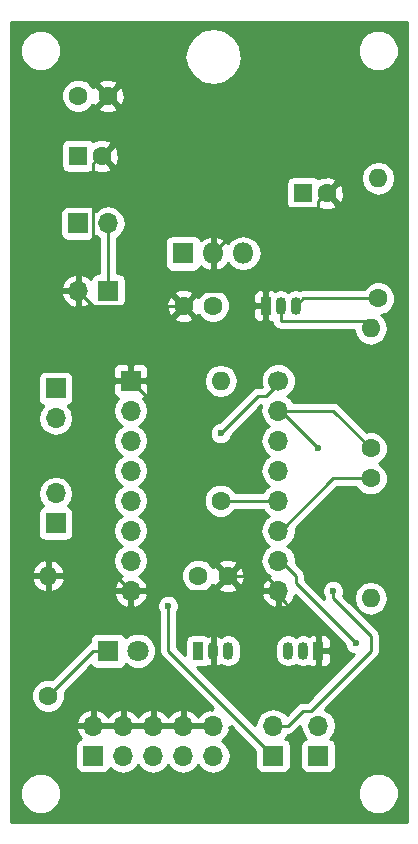
<source format=gbr>
G04 #@! TF.FileFunction,Copper,L2,Bot,Signal*
%FSLAX46Y46*%
G04 Gerber Fmt 4.6, Leading zero omitted, Abs format (unit mm)*
G04 Created by KiCad (PCBNEW 4.0.7) date 04/16/18 14:41:09*
%MOMM*%
%LPD*%
G01*
G04 APERTURE LIST*
%ADD10C,0.100000*%
%ADD11C,1.600000*%
%ADD12R,1.700000X1.700000*%
%ADD13O,1.700000X1.700000*%
%ADD14R,1.800000X1.800000*%
%ADD15O,1.800000X1.800000*%
%ADD16O,0.900000X1.500000*%
%ADD17R,0.900000X1.500000*%
%ADD18R,1.600000X1.600000*%
%ADD19C,1.800000*%
%ADD20C,1.700000*%
%ADD21O,1.600000X1.600000*%
%ADD22C,0.600000*%
%ADD23C,0.250000*%
%ADD24C,0.254000*%
G04 APERTURE END LIST*
D10*
D11*
X112395000Y-76835000D03*
X114895000Y-76835000D03*
D12*
X100330000Y-60960000D03*
D13*
X100330000Y-63500000D03*
D12*
X100330000Y-72390000D03*
D13*
X100330000Y-69850000D03*
D14*
X111125000Y-49530000D03*
D15*
X113665000Y-49530000D03*
X116205000Y-49530000D03*
D16*
X113665000Y-83185000D03*
X114935000Y-83185000D03*
D17*
X112395000Y-83185000D03*
D18*
X102235000Y-41275000D03*
D11*
X104235000Y-41275000D03*
D14*
X104775000Y-83185000D03*
D19*
X107315000Y-83185000D03*
D12*
X122555000Y-92075000D03*
D13*
X122555000Y-89535000D03*
D12*
X118745000Y-92075000D03*
D13*
X118745000Y-89535000D03*
D11*
X113665000Y-53975000D03*
X111165000Y-53975000D03*
X102235000Y-36195000D03*
X104735000Y-36195000D03*
D18*
X121285000Y-44450000D03*
D11*
X123285000Y-44450000D03*
D12*
X103505000Y-92075000D03*
D13*
X103505000Y-89535000D03*
X106045000Y-92075000D03*
X106045000Y-89535000D03*
X108585000Y-92075000D03*
X108585000Y-89535000D03*
X111125000Y-92075000D03*
X111125000Y-89535000D03*
X113665000Y-92075000D03*
X113665000Y-89535000D03*
D12*
X104775000Y-52705000D03*
D13*
X102235000Y-52705000D03*
D16*
X121285000Y-83185000D03*
X120015000Y-83185000D03*
D17*
X122555000Y-83185000D03*
D16*
X119380000Y-53975000D03*
X120650000Y-53975000D03*
D17*
X118110000Y-53975000D03*
D12*
X102235000Y-46990000D03*
D13*
X104775000Y-46990000D03*
X119180000Y-78105000D03*
X119180000Y-75565000D03*
X119180000Y-73025000D03*
X119180000Y-70485000D03*
X119180000Y-67945000D03*
X119180000Y-65405000D03*
X119180000Y-62865000D03*
D20*
X119180000Y-60325000D03*
D12*
X106680000Y-60325000D03*
D13*
X106680000Y-62865000D03*
X106680000Y-65405000D03*
X106680000Y-67945000D03*
X106680000Y-70485000D03*
X106680000Y-73025000D03*
X106680000Y-75565000D03*
X106680000Y-78105000D03*
D11*
X99695000Y-86995000D03*
D21*
X99695000Y-76835000D03*
D11*
X114300000Y-70485000D03*
D21*
X114300000Y-60325000D03*
D11*
X127635000Y-53340000D03*
D21*
X127635000Y-43180000D03*
D11*
X127000000Y-68580000D03*
D21*
X127000000Y-78740000D03*
D11*
X127000000Y-66040000D03*
D21*
X127000000Y-55880000D03*
D22*
X109855000Y-64770000D03*
X125730000Y-82550000D03*
X114300000Y-64770000D03*
X109855000Y-79375000D03*
X122555000Y-66040000D03*
X123825000Y-78105000D03*
D23*
X113665000Y-49530000D02*
X117475000Y-45720000D01*
X117475000Y-45720000D02*
X122555000Y-45720000D01*
X122555000Y-45720000D02*
X122555000Y-45085000D01*
X122555000Y-45085000D02*
X123190000Y-44450000D01*
X123190000Y-44450000D02*
X123285000Y-44450000D01*
X119180000Y-78105000D02*
X119380000Y-78105000D01*
X119380000Y-78105000D02*
X119380000Y-78740000D01*
X119380000Y-78740000D02*
X122555000Y-81915000D01*
X122555000Y-81915000D02*
X122555000Y-83185000D01*
X102235000Y-52705000D02*
X102235000Y-49530000D01*
X102235000Y-49530000D02*
X103505000Y-48260000D01*
X103505000Y-48260000D02*
X103505000Y-41910000D01*
X103505000Y-41910000D02*
X104140000Y-41275000D01*
X104140000Y-41275000D02*
X104235000Y-41275000D01*
X109855000Y-64770000D02*
X109855000Y-63500000D01*
X109855000Y-63500000D02*
X106680000Y-60325000D01*
X111165000Y-53975000D02*
X103505000Y-53975000D01*
X103505000Y-53975000D02*
X102235000Y-52705000D01*
X114895000Y-76835000D02*
X114935000Y-76835000D01*
X114935000Y-76835000D02*
X113665000Y-78105000D01*
X113665000Y-78105000D02*
X106680000Y-78105000D01*
X106680000Y-78105000D02*
X105410000Y-76835000D01*
X105410000Y-76835000D02*
X99695000Y-76835000D01*
X119180000Y-78105000D02*
X119380000Y-78105000D01*
X119380000Y-78105000D02*
X118110000Y-76835000D01*
X118110000Y-76835000D02*
X114895000Y-76835000D01*
X111165000Y-53975000D02*
X111125000Y-53975000D01*
X111125000Y-53975000D02*
X112395000Y-52705000D01*
X112395000Y-52705000D02*
X114935000Y-52705000D01*
X114935000Y-52705000D02*
X116205000Y-53975000D01*
X116205000Y-53975000D02*
X118110000Y-53975000D01*
X111125000Y-89535000D02*
X108585000Y-89535000D01*
X108585000Y-89535000D02*
X106045000Y-89535000D01*
X106045000Y-89535000D02*
X103505000Y-89535000D01*
X113665000Y-89535000D02*
X111125000Y-89535000D01*
X99695000Y-86995000D02*
X103505000Y-83185000D01*
X103505000Y-83185000D02*
X104775000Y-83185000D01*
X119180000Y-75565000D02*
X119380000Y-75565000D01*
X119380000Y-75565000D02*
X120650000Y-76835000D01*
X120650000Y-76835000D02*
X120650000Y-77470000D01*
X120650000Y-77470000D02*
X125730000Y-82550000D01*
X119180000Y-73025000D02*
X119380000Y-73025000D01*
X119380000Y-73025000D02*
X123825000Y-68580000D01*
X123825000Y-68580000D02*
X127000000Y-68580000D01*
X119180000Y-60325000D02*
X119380000Y-60325000D01*
X119380000Y-60325000D02*
X118110000Y-61595000D01*
X118110000Y-61595000D02*
X117475000Y-61595000D01*
X117475000Y-61595000D02*
X114300000Y-64770000D01*
X109855000Y-79375000D02*
X109855000Y-83185000D01*
X109855000Y-83185000D02*
X118745000Y-92075000D01*
X119180000Y-62865000D02*
X119380000Y-62865000D01*
X119380000Y-62865000D02*
X122555000Y-66040000D01*
X123825000Y-78105000D02*
X123825000Y-78740000D01*
X123825000Y-78740000D02*
X127000000Y-81915000D01*
X127000000Y-81915000D02*
X127000000Y-83185000D01*
X127000000Y-83185000D02*
X121920000Y-88265000D01*
X121920000Y-88265000D02*
X121285000Y-88265000D01*
X121285000Y-88265000D02*
X120015000Y-89535000D01*
X120015000Y-89535000D02*
X118745000Y-89535000D01*
X127000000Y-66040000D02*
X123825000Y-62865000D01*
X123825000Y-62865000D02*
X119180000Y-62865000D01*
X119180000Y-70485000D02*
X114300000Y-70485000D01*
X120650000Y-53975000D02*
X121285000Y-53340000D01*
X121285000Y-53340000D02*
X127635000Y-53340000D01*
X127000000Y-55880000D02*
X126365000Y-55245000D01*
X126365000Y-55245000D02*
X119380000Y-55245000D01*
X119380000Y-55245000D02*
X119380000Y-53975000D01*
X104775000Y-52705000D02*
X104775000Y-46990000D01*
D24*
G36*
X130100000Y-97715000D02*
X96595000Y-97715000D01*
X96595000Y-95593599D01*
X97324699Y-95593599D01*
X97588281Y-96231515D01*
X98075918Y-96720004D01*
X98713373Y-96984699D01*
X99403599Y-96985301D01*
X100041515Y-96721719D01*
X100530004Y-96234082D01*
X100794699Y-95596627D01*
X100794701Y-95593599D01*
X125899699Y-95593599D01*
X126163281Y-96231515D01*
X126650918Y-96720004D01*
X127288373Y-96984699D01*
X127978599Y-96985301D01*
X128616515Y-96721719D01*
X129105004Y-96234082D01*
X129369699Y-95596627D01*
X129370301Y-94906401D01*
X129106719Y-94268485D01*
X128619082Y-93779996D01*
X127981627Y-93515301D01*
X127291401Y-93514699D01*
X126653485Y-93778281D01*
X126164996Y-94265918D01*
X125900301Y-94903373D01*
X125899699Y-95593599D01*
X100794701Y-95593599D01*
X100795301Y-94906401D01*
X100531719Y-94268485D01*
X100044082Y-93779996D01*
X99406627Y-93515301D01*
X98716401Y-93514699D01*
X98078485Y-93778281D01*
X97589996Y-94265918D01*
X97325301Y-94903373D01*
X97324699Y-95593599D01*
X96595000Y-95593599D01*
X96595000Y-91225000D01*
X102007560Y-91225000D01*
X102007560Y-92925000D01*
X102051838Y-93160317D01*
X102190910Y-93376441D01*
X102403110Y-93521431D01*
X102655000Y-93572440D01*
X104355000Y-93572440D01*
X104590317Y-93528162D01*
X104806441Y-93389090D01*
X104951431Y-93176890D01*
X104965086Y-93109459D01*
X104994946Y-93154147D01*
X105476715Y-93476054D01*
X106045000Y-93589093D01*
X106613285Y-93476054D01*
X107095054Y-93154147D01*
X107315000Y-92824974D01*
X107534946Y-93154147D01*
X108016715Y-93476054D01*
X108585000Y-93589093D01*
X109153285Y-93476054D01*
X109635054Y-93154147D01*
X109855000Y-92824974D01*
X110074946Y-93154147D01*
X110556715Y-93476054D01*
X111125000Y-93589093D01*
X111693285Y-93476054D01*
X112175054Y-93154147D01*
X112395000Y-92824974D01*
X112614946Y-93154147D01*
X113096715Y-93476054D01*
X113665000Y-93589093D01*
X114233285Y-93476054D01*
X114715054Y-93154147D01*
X115036961Y-92672378D01*
X115150000Y-92104093D01*
X115150000Y-92045907D01*
X115036961Y-91477622D01*
X114715054Y-90995853D01*
X114431899Y-90806655D01*
X114431924Y-90806645D01*
X114860183Y-90416358D01*
X115106486Y-89891892D01*
X114985820Y-89662002D01*
X115150000Y-89662002D01*
X115150000Y-89554802D01*
X117247560Y-91652362D01*
X117247560Y-92925000D01*
X117291838Y-93160317D01*
X117430910Y-93376441D01*
X117643110Y-93521431D01*
X117895000Y-93572440D01*
X119595000Y-93572440D01*
X119830317Y-93528162D01*
X120046441Y-93389090D01*
X120191431Y-93176890D01*
X120242440Y-92925000D01*
X120242440Y-91225000D01*
X120198162Y-90989683D01*
X120059090Y-90773559D01*
X119846890Y-90628569D01*
X119779459Y-90614914D01*
X119824147Y-90585054D01*
X120018407Y-90294322D01*
X120305839Y-90237148D01*
X120552401Y-90072401D01*
X121049019Y-89575783D01*
X121153946Y-90103285D01*
X121475853Y-90585054D01*
X121517452Y-90612850D01*
X121469683Y-90621838D01*
X121253559Y-90760910D01*
X121108569Y-90973110D01*
X121057560Y-91225000D01*
X121057560Y-92925000D01*
X121101838Y-93160317D01*
X121240910Y-93376441D01*
X121453110Y-93521431D01*
X121705000Y-93572440D01*
X123405000Y-93572440D01*
X123640317Y-93528162D01*
X123856441Y-93389090D01*
X124001431Y-93176890D01*
X124052440Y-92925000D01*
X124052440Y-91225000D01*
X124008162Y-90989683D01*
X123869090Y-90773559D01*
X123656890Y-90628569D01*
X123589459Y-90614914D01*
X123634147Y-90585054D01*
X123956054Y-90103285D01*
X124069093Y-89535000D01*
X123956054Y-88966715D01*
X123634147Y-88484946D01*
X123152378Y-88163039D01*
X123105990Y-88153812D01*
X127537401Y-83722401D01*
X127702148Y-83475839D01*
X127760000Y-83185000D01*
X127760000Y-81915000D01*
X127702148Y-81624161D01*
X127537401Y-81377599D01*
X124871689Y-78711887D01*
X125565000Y-78711887D01*
X125565000Y-78768113D01*
X125674233Y-79317264D01*
X125985302Y-79782811D01*
X126450849Y-80093880D01*
X127000000Y-80203113D01*
X127549151Y-80093880D01*
X128014698Y-79782811D01*
X128325767Y-79317264D01*
X128435000Y-78768113D01*
X128435000Y-78711887D01*
X128325767Y-78162736D01*
X128014698Y-77697189D01*
X127549151Y-77386120D01*
X127000000Y-77276887D01*
X126450849Y-77386120D01*
X125985302Y-77697189D01*
X125674233Y-78162736D01*
X125565000Y-78711887D01*
X124871689Y-78711887D01*
X124669400Y-78509598D01*
X124759838Y-78291799D01*
X124760162Y-77919833D01*
X124618117Y-77576057D01*
X124355327Y-77312808D01*
X124011799Y-77170162D01*
X123639833Y-77169838D01*
X123296057Y-77311883D01*
X123032808Y-77574673D01*
X122890162Y-77918201D01*
X122889838Y-78290167D01*
X123031883Y-78633943D01*
X123065000Y-78667118D01*
X123065000Y-78740000D01*
X123082431Y-78827629D01*
X121410000Y-77155198D01*
X121410000Y-76835000D01*
X121352148Y-76544161D01*
X121352148Y-76544160D01*
X121187401Y-76297599D01*
X120654392Y-75764590D01*
X120694093Y-75565000D01*
X120581054Y-74996715D01*
X120259147Y-74514946D01*
X119929974Y-74295000D01*
X120259147Y-74075054D01*
X120581054Y-73593285D01*
X120694093Y-73025000D01*
X120654392Y-72825410D01*
X124139802Y-69340000D01*
X125761354Y-69340000D01*
X125782757Y-69391800D01*
X126186077Y-69795824D01*
X126713309Y-70014750D01*
X127284187Y-70015248D01*
X127811800Y-69797243D01*
X128215824Y-69393923D01*
X128434750Y-68866691D01*
X128435248Y-68295813D01*
X128217243Y-67768200D01*
X127813923Y-67364176D01*
X127683785Y-67310138D01*
X127811800Y-67257243D01*
X128215824Y-66853923D01*
X128434750Y-66326691D01*
X128435248Y-65755813D01*
X128217243Y-65228200D01*
X127813923Y-64824176D01*
X127286691Y-64605250D01*
X126715813Y-64604752D01*
X126661851Y-64627049D01*
X124362401Y-62327599D01*
X124115839Y-62162852D01*
X123825000Y-62105000D01*
X120452954Y-62105000D01*
X120259147Y-61814946D01*
X119954840Y-61611615D01*
X120020086Y-61584656D01*
X120438188Y-61167283D01*
X120664742Y-60621681D01*
X120665257Y-60030911D01*
X120439656Y-59484914D01*
X120022283Y-59066812D01*
X119476681Y-58840258D01*
X118885911Y-58839743D01*
X118339914Y-59065344D01*
X117921812Y-59482717D01*
X117695258Y-60028319D01*
X117694743Y-60619089D01*
X117783955Y-60835000D01*
X117475000Y-60835000D01*
X117184161Y-60892852D01*
X116937599Y-61057599D01*
X114160320Y-63834878D01*
X114114833Y-63834838D01*
X113771057Y-63976883D01*
X113507808Y-64239673D01*
X113365162Y-64583201D01*
X113364838Y-64955167D01*
X113506883Y-65298943D01*
X113769673Y-65562192D01*
X114113201Y-65704838D01*
X114485167Y-65705162D01*
X114828943Y-65563117D01*
X115092192Y-65300327D01*
X115234838Y-64956799D01*
X115234879Y-64909923D01*
X117761778Y-62383024D01*
X117665907Y-62865000D01*
X117778946Y-63433285D01*
X118100853Y-63915054D01*
X118430026Y-64135000D01*
X118100853Y-64354946D01*
X117778946Y-64836715D01*
X117665907Y-65405000D01*
X117778946Y-65973285D01*
X118100853Y-66455054D01*
X118430026Y-66675000D01*
X118100853Y-66894946D01*
X117778946Y-67376715D01*
X117665907Y-67945000D01*
X117778946Y-68513285D01*
X118100853Y-68995054D01*
X118430026Y-69215000D01*
X118100853Y-69434946D01*
X117907046Y-69725000D01*
X115538646Y-69725000D01*
X115517243Y-69673200D01*
X115113923Y-69269176D01*
X114586691Y-69050250D01*
X114015813Y-69049752D01*
X113488200Y-69267757D01*
X113084176Y-69671077D01*
X112865250Y-70198309D01*
X112864752Y-70769187D01*
X113082757Y-71296800D01*
X113486077Y-71700824D01*
X114013309Y-71919750D01*
X114584187Y-71920248D01*
X115111800Y-71702243D01*
X115515824Y-71298923D01*
X115538215Y-71245000D01*
X117907046Y-71245000D01*
X118100853Y-71535054D01*
X118430026Y-71755000D01*
X118100853Y-71974946D01*
X117778946Y-72456715D01*
X117665907Y-73025000D01*
X117778946Y-73593285D01*
X118100853Y-74075054D01*
X118430026Y-74295000D01*
X118100853Y-74514946D01*
X117778946Y-74996715D01*
X117665907Y-75565000D01*
X117778946Y-76133285D01*
X118100853Y-76615054D01*
X118441553Y-76842702D01*
X118298642Y-76909817D01*
X117908355Y-77338076D01*
X117738524Y-77748110D01*
X117859845Y-77978000D01*
X119053000Y-77978000D01*
X119053000Y-77958000D01*
X119307000Y-77958000D01*
X119307000Y-77978000D01*
X119327000Y-77978000D01*
X119327000Y-78232000D01*
X119307000Y-78232000D01*
X119307000Y-79425819D01*
X119536892Y-79546486D01*
X120061358Y-79300183D01*
X120451645Y-78871924D01*
X120605547Y-78500349D01*
X124794878Y-82689680D01*
X124794838Y-82735167D01*
X124936883Y-83078943D01*
X125199673Y-83342192D01*
X125543201Y-83484838D01*
X125625288Y-83484910D01*
X121605198Y-87505000D01*
X121285000Y-87505000D01*
X120994160Y-87562852D01*
X120747599Y-87727599D01*
X119890679Y-88584519D01*
X119824147Y-88484946D01*
X119342378Y-88163039D01*
X118774093Y-88050000D01*
X118715907Y-88050000D01*
X118147622Y-88163039D01*
X117665853Y-88484946D01*
X117343946Y-88966715D01*
X117239019Y-89494217D01*
X112327242Y-84582440D01*
X112845000Y-84582440D01*
X113080317Y-84538162D01*
X113213529Y-84452442D01*
X113370999Y-84529408D01*
X113538000Y-84402502D01*
X113538000Y-83312000D01*
X113518000Y-83312000D01*
X113518000Y-83058000D01*
X113538000Y-83058000D01*
X113538000Y-81967498D01*
X113792000Y-81967498D01*
X113792000Y-83058000D01*
X113812000Y-83058000D01*
X113812000Y-83312000D01*
X113792000Y-83312000D01*
X113792000Y-84402502D01*
X113959001Y-84529408D01*
X114295726Y-84364830D01*
X114519788Y-84514543D01*
X114935000Y-84597134D01*
X115350212Y-84514543D01*
X115702211Y-84279345D01*
X115937409Y-83927346D01*
X116020000Y-83512134D01*
X116020000Y-82857866D01*
X118930000Y-82857866D01*
X118930000Y-83512134D01*
X119012591Y-83927346D01*
X119247789Y-84279345D01*
X119599788Y-84514543D01*
X120015000Y-84597134D01*
X120430212Y-84514543D01*
X120650000Y-84367685D01*
X120869788Y-84514543D01*
X121285000Y-84597134D01*
X121700212Y-84514543D01*
X121755546Y-84477570D01*
X121978691Y-84570000D01*
X122269250Y-84570000D01*
X122428000Y-84411250D01*
X122428000Y-83312000D01*
X122682000Y-83312000D01*
X122682000Y-84411250D01*
X122840750Y-84570000D01*
X123131309Y-84570000D01*
X123364698Y-84473327D01*
X123543327Y-84294699D01*
X123640000Y-84061310D01*
X123640000Y-83470750D01*
X123481250Y-83312000D01*
X122682000Y-83312000D01*
X122428000Y-83312000D01*
X122408000Y-83312000D01*
X122408000Y-83058000D01*
X122428000Y-83058000D01*
X122428000Y-81958750D01*
X122682000Y-81958750D01*
X122682000Y-83058000D01*
X123481250Y-83058000D01*
X123640000Y-82899250D01*
X123640000Y-82308690D01*
X123543327Y-82075301D01*
X123364698Y-81896673D01*
X123131309Y-81800000D01*
X122840750Y-81800000D01*
X122682000Y-81958750D01*
X122428000Y-81958750D01*
X122269250Y-81800000D01*
X121978691Y-81800000D01*
X121755546Y-81892430D01*
X121700212Y-81855457D01*
X121285000Y-81772866D01*
X120869788Y-81855457D01*
X120650000Y-82002315D01*
X120430212Y-81855457D01*
X120015000Y-81772866D01*
X119599788Y-81855457D01*
X119247789Y-82090655D01*
X119012591Y-82442654D01*
X118930000Y-82857866D01*
X116020000Y-82857866D01*
X115937409Y-82442654D01*
X115702211Y-82090655D01*
X115350212Y-81855457D01*
X114935000Y-81772866D01*
X114519788Y-81855457D01*
X114295726Y-82005170D01*
X113959001Y-81840592D01*
X113792000Y-81967498D01*
X113538000Y-81967498D01*
X113370999Y-81840592D01*
X113212925Y-81917853D01*
X113096890Y-81838569D01*
X112845000Y-81787560D01*
X111945000Y-81787560D01*
X111709683Y-81831838D01*
X111493559Y-81970910D01*
X111348569Y-82183110D01*
X111297560Y-82435000D01*
X111297560Y-83552758D01*
X110615000Y-82870198D01*
X110615000Y-79937463D01*
X110647192Y-79905327D01*
X110789838Y-79561799D01*
X110790162Y-79189833D01*
X110648117Y-78846057D01*
X110385327Y-78582808D01*
X110094126Y-78461890D01*
X117738524Y-78461890D01*
X117908355Y-78871924D01*
X118298642Y-79300183D01*
X118823108Y-79546486D01*
X119053000Y-79425819D01*
X119053000Y-78232000D01*
X117859845Y-78232000D01*
X117738524Y-78461890D01*
X110094126Y-78461890D01*
X110041799Y-78440162D01*
X109669833Y-78439838D01*
X109326057Y-78581883D01*
X109062808Y-78844673D01*
X108920162Y-79188201D01*
X108919838Y-79560167D01*
X109061883Y-79903943D01*
X109095000Y-79937118D01*
X109095000Y-83185000D01*
X109152852Y-83475839D01*
X109317599Y-83722401D01*
X113645198Y-88050000D01*
X113537998Y-88050000D01*
X113537998Y-88214844D01*
X113308110Y-88093524D01*
X112898076Y-88263355D01*
X112469817Y-88653642D01*
X112395000Y-88812954D01*
X112320183Y-88653642D01*
X111891924Y-88263355D01*
X111481890Y-88093524D01*
X111252000Y-88214845D01*
X111252000Y-89408000D01*
X113538000Y-89408000D01*
X113538000Y-89388000D01*
X113792000Y-89388000D01*
X113792000Y-89408000D01*
X113812000Y-89408000D01*
X113812000Y-89662000D01*
X113792000Y-89662000D01*
X113792000Y-89682000D01*
X113538000Y-89682000D01*
X113538000Y-89662000D01*
X111252000Y-89662000D01*
X111252000Y-89682000D01*
X110998000Y-89682000D01*
X110998000Y-89662000D01*
X108712000Y-89662000D01*
X108712000Y-89682000D01*
X108458000Y-89682000D01*
X108458000Y-89662000D01*
X106172000Y-89662000D01*
X106172000Y-89682000D01*
X105918000Y-89682000D01*
X105918000Y-89662000D01*
X103632000Y-89662000D01*
X103632000Y-89682000D01*
X103378000Y-89682000D01*
X103378000Y-89662000D01*
X102184181Y-89662000D01*
X102063514Y-89891892D01*
X102309817Y-90416358D01*
X102515504Y-90603808D01*
X102419683Y-90621838D01*
X102203559Y-90760910D01*
X102058569Y-90973110D01*
X102007560Y-91225000D01*
X96595000Y-91225000D01*
X96595000Y-89178108D01*
X102063514Y-89178108D01*
X102184181Y-89408000D01*
X103378000Y-89408000D01*
X103378000Y-88214845D01*
X103632000Y-88214845D01*
X103632000Y-89408000D01*
X105918000Y-89408000D01*
X105918000Y-88214845D01*
X106172000Y-88214845D01*
X106172000Y-89408000D01*
X108458000Y-89408000D01*
X108458000Y-88214845D01*
X108712000Y-88214845D01*
X108712000Y-89408000D01*
X110998000Y-89408000D01*
X110998000Y-88214845D01*
X110768110Y-88093524D01*
X110358076Y-88263355D01*
X109929817Y-88653642D01*
X109855000Y-88812954D01*
X109780183Y-88653642D01*
X109351924Y-88263355D01*
X108941890Y-88093524D01*
X108712000Y-88214845D01*
X108458000Y-88214845D01*
X108228110Y-88093524D01*
X107818076Y-88263355D01*
X107389817Y-88653642D01*
X107315000Y-88812954D01*
X107240183Y-88653642D01*
X106811924Y-88263355D01*
X106401890Y-88093524D01*
X106172000Y-88214845D01*
X105918000Y-88214845D01*
X105688110Y-88093524D01*
X105278076Y-88263355D01*
X104849817Y-88653642D01*
X104775000Y-88812954D01*
X104700183Y-88653642D01*
X104271924Y-88263355D01*
X103861890Y-88093524D01*
X103632000Y-88214845D01*
X103378000Y-88214845D01*
X103148110Y-88093524D01*
X102738076Y-88263355D01*
X102309817Y-88653642D01*
X102063514Y-89178108D01*
X96595000Y-89178108D01*
X96595000Y-87279187D01*
X98259752Y-87279187D01*
X98477757Y-87806800D01*
X98881077Y-88210824D01*
X99408309Y-88429750D01*
X99979187Y-88430248D01*
X100506800Y-88212243D01*
X100910824Y-87808923D01*
X101129750Y-87281691D01*
X101130248Y-86710813D01*
X101107951Y-86656851D01*
X103339436Y-84425366D01*
X103410910Y-84536441D01*
X103623110Y-84681431D01*
X103875000Y-84732440D01*
X105675000Y-84732440D01*
X105910317Y-84688162D01*
X106126441Y-84549090D01*
X106271431Y-84336890D01*
X106275567Y-84316466D01*
X106444357Y-84485551D01*
X107008330Y-84719733D01*
X107618991Y-84720265D01*
X108183371Y-84487068D01*
X108615551Y-84055643D01*
X108849733Y-83491670D01*
X108850265Y-82881009D01*
X108617068Y-82316629D01*
X108185643Y-81884449D01*
X107621670Y-81650267D01*
X107011009Y-81649735D01*
X106446629Y-81882932D01*
X106278387Y-82050880D01*
X106278162Y-82049683D01*
X106139090Y-81833559D01*
X105926890Y-81688569D01*
X105675000Y-81637560D01*
X103875000Y-81637560D01*
X103639683Y-81681838D01*
X103423559Y-81820910D01*
X103278569Y-82033110D01*
X103227560Y-82285000D01*
X103227560Y-82480187D01*
X103214161Y-82482852D01*
X102967599Y-82647599D01*
X100033454Y-85581744D01*
X99981691Y-85560250D01*
X99410813Y-85559752D01*
X98883200Y-85777757D01*
X98479176Y-86181077D01*
X98260250Y-86708309D01*
X98259752Y-87279187D01*
X96595000Y-87279187D01*
X96595000Y-78461890D01*
X105238524Y-78461890D01*
X105408355Y-78871924D01*
X105798642Y-79300183D01*
X106323108Y-79546486D01*
X106553000Y-79425819D01*
X106553000Y-78232000D01*
X106807000Y-78232000D01*
X106807000Y-79425819D01*
X107036892Y-79546486D01*
X107561358Y-79300183D01*
X107951645Y-78871924D01*
X108121476Y-78461890D01*
X108000155Y-78232000D01*
X106807000Y-78232000D01*
X106553000Y-78232000D01*
X105359845Y-78232000D01*
X105238524Y-78461890D01*
X96595000Y-78461890D01*
X96595000Y-77184041D01*
X98303086Y-77184041D01*
X98542611Y-77690134D01*
X98957577Y-78066041D01*
X99345961Y-78226904D01*
X99568000Y-78104915D01*
X99568000Y-76962000D01*
X99822000Y-76962000D01*
X99822000Y-78104915D01*
X100044039Y-78226904D01*
X100432423Y-78066041D01*
X100847389Y-77690134D01*
X101086914Y-77184041D01*
X100965629Y-76962000D01*
X99822000Y-76962000D01*
X99568000Y-76962000D01*
X98424371Y-76962000D01*
X98303086Y-77184041D01*
X96595000Y-77184041D01*
X96595000Y-76485959D01*
X98303086Y-76485959D01*
X98424371Y-76708000D01*
X99568000Y-76708000D01*
X99568000Y-75565085D01*
X99822000Y-75565085D01*
X99822000Y-76708000D01*
X100965629Y-76708000D01*
X101086914Y-76485959D01*
X100847389Y-75979866D01*
X100432423Y-75603959D01*
X100044039Y-75443096D01*
X99822000Y-75565085D01*
X99568000Y-75565085D01*
X99345961Y-75443096D01*
X98957577Y-75603959D01*
X98542611Y-75979866D01*
X98303086Y-76485959D01*
X96595000Y-76485959D01*
X96595000Y-69850000D01*
X98815907Y-69850000D01*
X98928946Y-70418285D01*
X99250853Y-70900054D01*
X99292452Y-70927850D01*
X99244683Y-70936838D01*
X99028559Y-71075910D01*
X98883569Y-71288110D01*
X98832560Y-71540000D01*
X98832560Y-73240000D01*
X98876838Y-73475317D01*
X99015910Y-73691441D01*
X99228110Y-73836431D01*
X99480000Y-73887440D01*
X101180000Y-73887440D01*
X101415317Y-73843162D01*
X101631441Y-73704090D01*
X101776431Y-73491890D01*
X101827440Y-73240000D01*
X101827440Y-71540000D01*
X101783162Y-71304683D01*
X101644090Y-71088559D01*
X101431890Y-70943569D01*
X101364459Y-70929914D01*
X101409147Y-70900054D01*
X101731054Y-70418285D01*
X101844093Y-69850000D01*
X101731054Y-69281715D01*
X101409147Y-68799946D01*
X100927378Y-68478039D01*
X100359093Y-68365000D01*
X100300907Y-68365000D01*
X99732622Y-68478039D01*
X99250853Y-68799946D01*
X98928946Y-69281715D01*
X98815907Y-69850000D01*
X96595000Y-69850000D01*
X96595000Y-63500000D01*
X98815907Y-63500000D01*
X98928946Y-64068285D01*
X99250853Y-64550054D01*
X99732622Y-64871961D01*
X100300907Y-64985000D01*
X100359093Y-64985000D01*
X100927378Y-64871961D01*
X101409147Y-64550054D01*
X101731054Y-64068285D01*
X101844093Y-63500000D01*
X101731054Y-62931715D01*
X101686477Y-62865000D01*
X105165907Y-62865000D01*
X105278946Y-63433285D01*
X105600853Y-63915054D01*
X105930026Y-64135000D01*
X105600853Y-64354946D01*
X105278946Y-64836715D01*
X105165907Y-65405000D01*
X105278946Y-65973285D01*
X105600853Y-66455054D01*
X105930026Y-66675000D01*
X105600853Y-66894946D01*
X105278946Y-67376715D01*
X105165907Y-67945000D01*
X105278946Y-68513285D01*
X105600853Y-68995054D01*
X105930026Y-69215000D01*
X105600853Y-69434946D01*
X105278946Y-69916715D01*
X105165907Y-70485000D01*
X105278946Y-71053285D01*
X105600853Y-71535054D01*
X105930026Y-71755000D01*
X105600853Y-71974946D01*
X105278946Y-72456715D01*
X105165907Y-73025000D01*
X105278946Y-73593285D01*
X105600853Y-74075054D01*
X105930026Y-74295000D01*
X105600853Y-74514946D01*
X105278946Y-74996715D01*
X105165907Y-75565000D01*
X105278946Y-76133285D01*
X105600853Y-76615054D01*
X105941553Y-76842702D01*
X105798642Y-76909817D01*
X105408355Y-77338076D01*
X105238524Y-77748110D01*
X105359845Y-77978000D01*
X106553000Y-77978000D01*
X106553000Y-77958000D01*
X106807000Y-77958000D01*
X106807000Y-77978000D01*
X108000155Y-77978000D01*
X108121476Y-77748110D01*
X107951645Y-77338076D01*
X107752165Y-77119187D01*
X110959752Y-77119187D01*
X111177757Y-77646800D01*
X111581077Y-78050824D01*
X112108309Y-78269750D01*
X112679187Y-78270248D01*
X113206800Y-78052243D01*
X113416663Y-77842745D01*
X114066861Y-77842745D01*
X114140995Y-78088864D01*
X114678223Y-78281965D01*
X115248454Y-78254778D01*
X115649005Y-78088864D01*
X115723139Y-77842745D01*
X114895000Y-77014605D01*
X114066861Y-77842745D01*
X113416663Y-77842745D01*
X113610824Y-77648923D01*
X113638423Y-77582456D01*
X113641136Y-77589005D01*
X113887255Y-77663139D01*
X114715395Y-76835000D01*
X115074605Y-76835000D01*
X115902745Y-77663139D01*
X116148864Y-77589005D01*
X116341965Y-77051777D01*
X116314778Y-76481546D01*
X116148864Y-76080995D01*
X115902745Y-76006861D01*
X115074605Y-76835000D01*
X114715395Y-76835000D01*
X113887255Y-76006861D01*
X113641136Y-76080995D01*
X113638804Y-76087483D01*
X113612243Y-76023200D01*
X113416640Y-75827255D01*
X114066861Y-75827255D01*
X114895000Y-76655395D01*
X115723139Y-75827255D01*
X115649005Y-75581136D01*
X115111777Y-75388035D01*
X114541546Y-75415222D01*
X114140995Y-75581136D01*
X114066861Y-75827255D01*
X113416640Y-75827255D01*
X113208923Y-75619176D01*
X112681691Y-75400250D01*
X112110813Y-75399752D01*
X111583200Y-75617757D01*
X111179176Y-76021077D01*
X110960250Y-76548309D01*
X110959752Y-77119187D01*
X107752165Y-77119187D01*
X107561358Y-76909817D01*
X107418447Y-76842702D01*
X107759147Y-76615054D01*
X108081054Y-76133285D01*
X108194093Y-75565000D01*
X108081054Y-74996715D01*
X107759147Y-74514946D01*
X107429974Y-74295000D01*
X107759147Y-74075054D01*
X108081054Y-73593285D01*
X108194093Y-73025000D01*
X108081054Y-72456715D01*
X107759147Y-71974946D01*
X107429974Y-71755000D01*
X107759147Y-71535054D01*
X108081054Y-71053285D01*
X108194093Y-70485000D01*
X108081054Y-69916715D01*
X107759147Y-69434946D01*
X107429974Y-69215000D01*
X107759147Y-68995054D01*
X108081054Y-68513285D01*
X108194093Y-67945000D01*
X108081054Y-67376715D01*
X107759147Y-66894946D01*
X107429974Y-66675000D01*
X107759147Y-66455054D01*
X108081054Y-65973285D01*
X108194093Y-65405000D01*
X108081054Y-64836715D01*
X107759147Y-64354946D01*
X107429974Y-64135000D01*
X107759147Y-63915054D01*
X108081054Y-63433285D01*
X108194093Y-62865000D01*
X108081054Y-62296715D01*
X107759147Y-61814946D01*
X107715223Y-61785597D01*
X107889698Y-61713327D01*
X108068327Y-61534699D01*
X108165000Y-61301310D01*
X108165000Y-60610750D01*
X108006250Y-60452000D01*
X106807000Y-60452000D01*
X106807000Y-60472000D01*
X106553000Y-60472000D01*
X106553000Y-60452000D01*
X105353750Y-60452000D01*
X105195000Y-60610750D01*
X105195000Y-61301310D01*
X105291673Y-61534699D01*
X105470302Y-61713327D01*
X105644777Y-61785597D01*
X105600853Y-61814946D01*
X105278946Y-62296715D01*
X105165907Y-62865000D01*
X101686477Y-62865000D01*
X101409147Y-62449946D01*
X101367548Y-62422150D01*
X101415317Y-62413162D01*
X101631441Y-62274090D01*
X101776431Y-62061890D01*
X101827440Y-61810000D01*
X101827440Y-60296887D01*
X112865000Y-60296887D01*
X112865000Y-60353113D01*
X112974233Y-60902264D01*
X113285302Y-61367811D01*
X113750849Y-61678880D01*
X114300000Y-61788113D01*
X114849151Y-61678880D01*
X115314698Y-61367811D01*
X115625767Y-60902264D01*
X115735000Y-60353113D01*
X115735000Y-60296887D01*
X115625767Y-59747736D01*
X115314698Y-59282189D01*
X114849151Y-58971120D01*
X114300000Y-58861887D01*
X113750849Y-58971120D01*
X113285302Y-59282189D01*
X112974233Y-59747736D01*
X112865000Y-60296887D01*
X101827440Y-60296887D01*
X101827440Y-60110000D01*
X101783162Y-59874683D01*
X101644090Y-59658559D01*
X101431890Y-59513569D01*
X101180000Y-59462560D01*
X99480000Y-59462560D01*
X99244683Y-59506838D01*
X99028559Y-59645910D01*
X98883569Y-59858110D01*
X98832560Y-60110000D01*
X98832560Y-61810000D01*
X98876838Y-62045317D01*
X99015910Y-62261441D01*
X99228110Y-62406431D01*
X99295541Y-62420086D01*
X99250853Y-62449946D01*
X98928946Y-62931715D01*
X98815907Y-63500000D01*
X96595000Y-63500000D01*
X96595000Y-59348690D01*
X105195000Y-59348690D01*
X105195000Y-60039250D01*
X105353750Y-60198000D01*
X106553000Y-60198000D01*
X106553000Y-58998750D01*
X106807000Y-58998750D01*
X106807000Y-60198000D01*
X108006250Y-60198000D01*
X108165000Y-60039250D01*
X108165000Y-59348690D01*
X108068327Y-59115301D01*
X107889698Y-58936673D01*
X107656309Y-58840000D01*
X106965750Y-58840000D01*
X106807000Y-58998750D01*
X106553000Y-58998750D01*
X106394250Y-58840000D01*
X105703691Y-58840000D01*
X105470302Y-58936673D01*
X105291673Y-59115301D01*
X105195000Y-59348690D01*
X96595000Y-59348690D01*
X96595000Y-54982745D01*
X110336861Y-54982745D01*
X110410995Y-55228864D01*
X110948223Y-55421965D01*
X111518454Y-55394778D01*
X111919005Y-55228864D01*
X111993139Y-54982745D01*
X111165000Y-54154605D01*
X110336861Y-54982745D01*
X96595000Y-54982745D01*
X96595000Y-53061892D01*
X100793514Y-53061892D01*
X101039817Y-53586358D01*
X101468076Y-53976645D01*
X101878110Y-54146476D01*
X102108000Y-54025155D01*
X102108000Y-52832000D01*
X100914181Y-52832000D01*
X100793514Y-53061892D01*
X96595000Y-53061892D01*
X96595000Y-52348108D01*
X100793514Y-52348108D01*
X100914181Y-52578000D01*
X102108000Y-52578000D01*
X102108000Y-51384845D01*
X101878110Y-51263524D01*
X101468076Y-51433355D01*
X101039817Y-51823642D01*
X100793514Y-52348108D01*
X96595000Y-52348108D01*
X96595000Y-46140000D01*
X100737560Y-46140000D01*
X100737560Y-47840000D01*
X100781838Y-48075317D01*
X100920910Y-48291441D01*
X101133110Y-48436431D01*
X101385000Y-48487440D01*
X103085000Y-48487440D01*
X103320317Y-48443162D01*
X103536441Y-48304090D01*
X103681431Y-48091890D01*
X103695086Y-48024459D01*
X103724946Y-48069147D01*
X104015000Y-48262954D01*
X104015000Y-51207560D01*
X103925000Y-51207560D01*
X103689683Y-51251838D01*
X103473559Y-51390910D01*
X103328569Y-51603110D01*
X103306699Y-51711107D01*
X103001924Y-51433355D01*
X102591890Y-51263524D01*
X102362000Y-51384845D01*
X102362000Y-52578000D01*
X102382000Y-52578000D01*
X102382000Y-52832000D01*
X102362000Y-52832000D01*
X102362000Y-54025155D01*
X102591890Y-54146476D01*
X103001924Y-53976645D01*
X103304937Y-53700499D01*
X103321838Y-53790317D01*
X103460910Y-54006441D01*
X103673110Y-54151431D01*
X103925000Y-54202440D01*
X105625000Y-54202440D01*
X105860317Y-54158162D01*
X106076441Y-54019090D01*
X106221431Y-53806890D01*
X106231286Y-53758223D01*
X109718035Y-53758223D01*
X109745222Y-54328454D01*
X109911136Y-54729005D01*
X110157255Y-54803139D01*
X110985395Y-53975000D01*
X111344605Y-53975000D01*
X112172745Y-54803139D01*
X112418864Y-54729005D01*
X112421196Y-54722517D01*
X112447757Y-54786800D01*
X112851077Y-55190824D01*
X113378309Y-55409750D01*
X113949187Y-55410248D01*
X114476800Y-55192243D01*
X114880824Y-54788923D01*
X115099750Y-54261691D01*
X115099750Y-54260750D01*
X117025000Y-54260750D01*
X117025000Y-54851310D01*
X117121673Y-55084699D01*
X117300302Y-55263327D01*
X117533691Y-55360000D01*
X117824250Y-55360000D01*
X117983000Y-55201250D01*
X117983000Y-54102000D01*
X117183750Y-54102000D01*
X117025000Y-54260750D01*
X115099750Y-54260750D01*
X115100248Y-53690813D01*
X114882243Y-53163200D01*
X114817846Y-53098690D01*
X117025000Y-53098690D01*
X117025000Y-53689250D01*
X117183750Y-53848000D01*
X117983000Y-53848000D01*
X117983000Y-52748750D01*
X118237000Y-52748750D01*
X118237000Y-53848000D01*
X118257000Y-53848000D01*
X118257000Y-54102000D01*
X118237000Y-54102000D01*
X118237000Y-55201250D01*
X118395750Y-55360000D01*
X118642875Y-55360000D01*
X118677852Y-55535839D01*
X118842599Y-55782401D01*
X119089161Y-55947148D01*
X119380000Y-56005000D01*
X125584272Y-56005000D01*
X125674233Y-56457264D01*
X125985302Y-56922811D01*
X126450849Y-57233880D01*
X127000000Y-57343113D01*
X127549151Y-57233880D01*
X128014698Y-56922811D01*
X128325767Y-56457264D01*
X128435000Y-55908113D01*
X128435000Y-55851887D01*
X128325767Y-55302736D01*
X128014698Y-54837189D01*
X127920923Y-54774531D01*
X128446800Y-54557243D01*
X128850824Y-54153923D01*
X129069750Y-53626691D01*
X129070248Y-53055813D01*
X128852243Y-52528200D01*
X128448923Y-52124176D01*
X127921691Y-51905250D01*
X127350813Y-51904752D01*
X126823200Y-52122757D01*
X126419176Y-52526077D01*
X126396785Y-52580000D01*
X121285000Y-52580000D01*
X121010570Y-52634588D01*
X120650000Y-52562866D01*
X120234788Y-52645457D01*
X120015000Y-52792315D01*
X119795212Y-52645457D01*
X119380000Y-52562866D01*
X118964788Y-52645457D01*
X118909454Y-52682430D01*
X118686309Y-52590000D01*
X118395750Y-52590000D01*
X118237000Y-52748750D01*
X117983000Y-52748750D01*
X117824250Y-52590000D01*
X117533691Y-52590000D01*
X117300302Y-52686673D01*
X117121673Y-52865301D01*
X117025000Y-53098690D01*
X114817846Y-53098690D01*
X114478923Y-52759176D01*
X113951691Y-52540250D01*
X113380813Y-52539752D01*
X112853200Y-52757757D01*
X112449176Y-53161077D01*
X112421577Y-53227544D01*
X112418864Y-53220995D01*
X112172745Y-53146861D01*
X111344605Y-53975000D01*
X110985395Y-53975000D01*
X110157255Y-53146861D01*
X109911136Y-53220995D01*
X109718035Y-53758223D01*
X106231286Y-53758223D01*
X106272440Y-53555000D01*
X106272440Y-52967255D01*
X110336861Y-52967255D01*
X111165000Y-53795395D01*
X111993139Y-52967255D01*
X111919005Y-52721136D01*
X111381777Y-52528035D01*
X110811546Y-52555222D01*
X110410995Y-52721136D01*
X110336861Y-52967255D01*
X106272440Y-52967255D01*
X106272440Y-51855000D01*
X106228162Y-51619683D01*
X106089090Y-51403559D01*
X105876890Y-51258569D01*
X105625000Y-51207560D01*
X105535000Y-51207560D01*
X105535000Y-48630000D01*
X109577560Y-48630000D01*
X109577560Y-50430000D01*
X109621838Y-50665317D01*
X109760910Y-50881441D01*
X109973110Y-51026431D01*
X110225000Y-51077440D01*
X112025000Y-51077440D01*
X112260317Y-51033162D01*
X112476441Y-50894090D01*
X112621431Y-50681890D01*
X112631766Y-50630854D01*
X112757424Y-50767966D01*
X113300258Y-51021046D01*
X113538000Y-50900997D01*
X113538000Y-49657000D01*
X113518000Y-49657000D01*
X113518000Y-49403000D01*
X113538000Y-49403000D01*
X113538000Y-48159003D01*
X113792000Y-48159003D01*
X113792000Y-49403000D01*
X113812000Y-49403000D01*
X113812000Y-49657000D01*
X113792000Y-49657000D01*
X113792000Y-50900997D01*
X114029742Y-51021046D01*
X114572576Y-50767966D01*
X114930499Y-50377418D01*
X115089519Y-50615409D01*
X115587509Y-50948155D01*
X116174928Y-51065000D01*
X116235072Y-51065000D01*
X116822491Y-50948155D01*
X117320481Y-50615409D01*
X117653227Y-50117419D01*
X117770072Y-49530000D01*
X117653227Y-48942581D01*
X117320481Y-48444591D01*
X116822491Y-48111845D01*
X116235072Y-47995000D01*
X116174928Y-47995000D01*
X115587509Y-48111845D01*
X115089519Y-48444591D01*
X114930499Y-48682582D01*
X114572576Y-48292034D01*
X114029742Y-48038954D01*
X113792000Y-48159003D01*
X113538000Y-48159003D01*
X113300258Y-48038954D01*
X112757424Y-48292034D01*
X112634156Y-48426538D01*
X112628162Y-48394683D01*
X112489090Y-48178559D01*
X112276890Y-48033569D01*
X112025000Y-47982560D01*
X110225000Y-47982560D01*
X109989683Y-48026838D01*
X109773559Y-48165910D01*
X109628569Y-48378110D01*
X109577560Y-48630000D01*
X105535000Y-48630000D01*
X105535000Y-48262954D01*
X105825054Y-48069147D01*
X106146961Y-47587378D01*
X106260000Y-47019093D01*
X106260000Y-46960907D01*
X106146961Y-46392622D01*
X105825054Y-45910853D01*
X105343285Y-45588946D01*
X104775000Y-45475907D01*
X104206715Y-45588946D01*
X103724946Y-45910853D01*
X103697150Y-45952452D01*
X103688162Y-45904683D01*
X103549090Y-45688559D01*
X103336890Y-45543569D01*
X103085000Y-45492560D01*
X101385000Y-45492560D01*
X101149683Y-45536838D01*
X100933559Y-45675910D01*
X100788569Y-45888110D01*
X100737560Y-46140000D01*
X96595000Y-46140000D01*
X96595000Y-43650000D01*
X119837560Y-43650000D01*
X119837560Y-45250000D01*
X119881838Y-45485317D01*
X120020910Y-45701441D01*
X120233110Y-45846431D01*
X120485000Y-45897440D01*
X122085000Y-45897440D01*
X122320317Y-45853162D01*
X122536441Y-45714090D01*
X122540977Y-45707452D01*
X123068223Y-45896965D01*
X123638454Y-45869778D01*
X124039005Y-45703864D01*
X124113139Y-45457745D01*
X123285000Y-44629605D01*
X123270858Y-44643748D01*
X123091253Y-44464143D01*
X123105395Y-44450000D01*
X123464605Y-44450000D01*
X124292745Y-45278139D01*
X124538864Y-45204005D01*
X124731965Y-44666777D01*
X124704778Y-44096546D01*
X124538864Y-43695995D01*
X124292745Y-43621861D01*
X123464605Y-44450000D01*
X123105395Y-44450000D01*
X123091253Y-44435858D01*
X123270858Y-44256252D01*
X123285000Y-44270395D01*
X124113139Y-43442255D01*
X124039005Y-43196136D01*
X123915900Y-43151887D01*
X126200000Y-43151887D01*
X126200000Y-43208113D01*
X126309233Y-43757264D01*
X126620302Y-44222811D01*
X127085849Y-44533880D01*
X127635000Y-44643113D01*
X128184151Y-44533880D01*
X128649698Y-44222811D01*
X128960767Y-43757264D01*
X129070000Y-43208113D01*
X129070000Y-43151887D01*
X128960767Y-42602736D01*
X128649698Y-42137189D01*
X128184151Y-41826120D01*
X127635000Y-41716887D01*
X127085849Y-41826120D01*
X126620302Y-42137189D01*
X126309233Y-42602736D01*
X126200000Y-43151887D01*
X123915900Y-43151887D01*
X123501777Y-43003035D01*
X122931546Y-43030222D01*
X122540053Y-43192384D01*
X122336890Y-43053569D01*
X122085000Y-43002560D01*
X120485000Y-43002560D01*
X120249683Y-43046838D01*
X120033559Y-43185910D01*
X119888569Y-43398110D01*
X119837560Y-43650000D01*
X96595000Y-43650000D01*
X96595000Y-40475000D01*
X100787560Y-40475000D01*
X100787560Y-42075000D01*
X100831838Y-42310317D01*
X100970910Y-42526441D01*
X101183110Y-42671431D01*
X101435000Y-42722440D01*
X103035000Y-42722440D01*
X103270317Y-42678162D01*
X103486441Y-42539090D01*
X103490977Y-42532452D01*
X104018223Y-42721965D01*
X104588454Y-42694778D01*
X104989005Y-42528864D01*
X105063139Y-42282745D01*
X104235000Y-41454605D01*
X104220858Y-41468748D01*
X104041253Y-41289143D01*
X104055395Y-41275000D01*
X104414605Y-41275000D01*
X105242745Y-42103139D01*
X105488864Y-42029005D01*
X105681965Y-41491777D01*
X105654778Y-40921546D01*
X105488864Y-40520995D01*
X105242745Y-40446861D01*
X104414605Y-41275000D01*
X104055395Y-41275000D01*
X104041253Y-41260858D01*
X104220858Y-41081252D01*
X104235000Y-41095395D01*
X105063139Y-40267255D01*
X104989005Y-40021136D01*
X104451777Y-39828035D01*
X103881546Y-39855222D01*
X103490053Y-40017384D01*
X103286890Y-39878569D01*
X103035000Y-39827560D01*
X101435000Y-39827560D01*
X101199683Y-39871838D01*
X100983559Y-40010910D01*
X100838569Y-40223110D01*
X100787560Y-40475000D01*
X96595000Y-40475000D01*
X96595000Y-36479187D01*
X100799752Y-36479187D01*
X101017757Y-37006800D01*
X101421077Y-37410824D01*
X101948309Y-37629750D01*
X102519187Y-37630248D01*
X103046800Y-37412243D01*
X103256663Y-37202745D01*
X103906861Y-37202745D01*
X103980995Y-37448864D01*
X104518223Y-37641965D01*
X105088454Y-37614778D01*
X105489005Y-37448864D01*
X105563139Y-37202745D01*
X104735000Y-36374605D01*
X103906861Y-37202745D01*
X103256663Y-37202745D01*
X103450824Y-37008923D01*
X103478423Y-36942456D01*
X103481136Y-36949005D01*
X103727255Y-37023139D01*
X104555395Y-36195000D01*
X104914605Y-36195000D01*
X105742745Y-37023139D01*
X105988864Y-36949005D01*
X106181965Y-36411777D01*
X106154778Y-35841546D01*
X105988864Y-35440995D01*
X105742745Y-35366861D01*
X104914605Y-36195000D01*
X104555395Y-36195000D01*
X103727255Y-35366861D01*
X103481136Y-35440995D01*
X103478804Y-35447483D01*
X103452243Y-35383200D01*
X103256640Y-35187255D01*
X103906861Y-35187255D01*
X104735000Y-36015395D01*
X105563139Y-35187255D01*
X105489005Y-34941136D01*
X104951777Y-34748035D01*
X104381546Y-34775222D01*
X103980995Y-34941136D01*
X103906861Y-35187255D01*
X103256640Y-35187255D01*
X103048923Y-34979176D01*
X102521691Y-34760250D01*
X101950813Y-34759752D01*
X101423200Y-34977757D01*
X101019176Y-35381077D01*
X100800250Y-35908309D01*
X100799752Y-36479187D01*
X96595000Y-36479187D01*
X96595000Y-32728599D01*
X97324699Y-32728599D01*
X97588281Y-33366515D01*
X98075918Y-33855004D01*
X98713373Y-34119699D01*
X99403599Y-34120301D01*
X100041515Y-33856719D01*
X100530004Y-33369082D01*
X100737241Y-32870000D01*
X111233275Y-32870000D01*
X111414822Y-33782700D01*
X111931825Y-34556450D01*
X112705575Y-35073453D01*
X113618275Y-35255000D01*
X113711725Y-35255000D01*
X114624425Y-35073453D01*
X115398175Y-34556450D01*
X115915178Y-33782700D01*
X116096725Y-32870000D01*
X116068599Y-32728599D01*
X125899699Y-32728599D01*
X126163281Y-33366515D01*
X126650918Y-33855004D01*
X127288373Y-34119699D01*
X127978599Y-34120301D01*
X128616515Y-33856719D01*
X129105004Y-33369082D01*
X129369699Y-32731627D01*
X129370301Y-32041401D01*
X129106719Y-31403485D01*
X128619082Y-30914996D01*
X127981627Y-30650301D01*
X127291401Y-30649699D01*
X126653485Y-30913281D01*
X126164996Y-31400918D01*
X125900301Y-32038373D01*
X125899699Y-32728599D01*
X116068599Y-32728599D01*
X115915178Y-31957300D01*
X115398175Y-31183550D01*
X114624425Y-30666547D01*
X113711725Y-30485000D01*
X113618275Y-30485000D01*
X112705575Y-30666547D01*
X111931825Y-31183550D01*
X111414822Y-31957300D01*
X111233275Y-32870000D01*
X100737241Y-32870000D01*
X100794699Y-32731627D01*
X100795301Y-32041401D01*
X100531719Y-31403485D01*
X100044082Y-30914996D01*
X99406627Y-30650301D01*
X98716401Y-30649699D01*
X98078485Y-30913281D01*
X97589996Y-31400918D01*
X97325301Y-32038373D01*
X97324699Y-32728599D01*
X96595000Y-32728599D01*
X96595000Y-29920000D01*
X130100000Y-29920000D01*
X130100000Y-97715000D01*
X130100000Y-97715000D01*
G37*
X130100000Y-97715000D02*
X96595000Y-97715000D01*
X96595000Y-95593599D01*
X97324699Y-95593599D01*
X97588281Y-96231515D01*
X98075918Y-96720004D01*
X98713373Y-96984699D01*
X99403599Y-96985301D01*
X100041515Y-96721719D01*
X100530004Y-96234082D01*
X100794699Y-95596627D01*
X100794701Y-95593599D01*
X125899699Y-95593599D01*
X126163281Y-96231515D01*
X126650918Y-96720004D01*
X127288373Y-96984699D01*
X127978599Y-96985301D01*
X128616515Y-96721719D01*
X129105004Y-96234082D01*
X129369699Y-95596627D01*
X129370301Y-94906401D01*
X129106719Y-94268485D01*
X128619082Y-93779996D01*
X127981627Y-93515301D01*
X127291401Y-93514699D01*
X126653485Y-93778281D01*
X126164996Y-94265918D01*
X125900301Y-94903373D01*
X125899699Y-95593599D01*
X100794701Y-95593599D01*
X100795301Y-94906401D01*
X100531719Y-94268485D01*
X100044082Y-93779996D01*
X99406627Y-93515301D01*
X98716401Y-93514699D01*
X98078485Y-93778281D01*
X97589996Y-94265918D01*
X97325301Y-94903373D01*
X97324699Y-95593599D01*
X96595000Y-95593599D01*
X96595000Y-91225000D01*
X102007560Y-91225000D01*
X102007560Y-92925000D01*
X102051838Y-93160317D01*
X102190910Y-93376441D01*
X102403110Y-93521431D01*
X102655000Y-93572440D01*
X104355000Y-93572440D01*
X104590317Y-93528162D01*
X104806441Y-93389090D01*
X104951431Y-93176890D01*
X104965086Y-93109459D01*
X104994946Y-93154147D01*
X105476715Y-93476054D01*
X106045000Y-93589093D01*
X106613285Y-93476054D01*
X107095054Y-93154147D01*
X107315000Y-92824974D01*
X107534946Y-93154147D01*
X108016715Y-93476054D01*
X108585000Y-93589093D01*
X109153285Y-93476054D01*
X109635054Y-93154147D01*
X109855000Y-92824974D01*
X110074946Y-93154147D01*
X110556715Y-93476054D01*
X111125000Y-93589093D01*
X111693285Y-93476054D01*
X112175054Y-93154147D01*
X112395000Y-92824974D01*
X112614946Y-93154147D01*
X113096715Y-93476054D01*
X113665000Y-93589093D01*
X114233285Y-93476054D01*
X114715054Y-93154147D01*
X115036961Y-92672378D01*
X115150000Y-92104093D01*
X115150000Y-92045907D01*
X115036961Y-91477622D01*
X114715054Y-90995853D01*
X114431899Y-90806655D01*
X114431924Y-90806645D01*
X114860183Y-90416358D01*
X115106486Y-89891892D01*
X114985820Y-89662002D01*
X115150000Y-89662002D01*
X115150000Y-89554802D01*
X117247560Y-91652362D01*
X117247560Y-92925000D01*
X117291838Y-93160317D01*
X117430910Y-93376441D01*
X117643110Y-93521431D01*
X117895000Y-93572440D01*
X119595000Y-93572440D01*
X119830317Y-93528162D01*
X120046441Y-93389090D01*
X120191431Y-93176890D01*
X120242440Y-92925000D01*
X120242440Y-91225000D01*
X120198162Y-90989683D01*
X120059090Y-90773559D01*
X119846890Y-90628569D01*
X119779459Y-90614914D01*
X119824147Y-90585054D01*
X120018407Y-90294322D01*
X120305839Y-90237148D01*
X120552401Y-90072401D01*
X121049019Y-89575783D01*
X121153946Y-90103285D01*
X121475853Y-90585054D01*
X121517452Y-90612850D01*
X121469683Y-90621838D01*
X121253559Y-90760910D01*
X121108569Y-90973110D01*
X121057560Y-91225000D01*
X121057560Y-92925000D01*
X121101838Y-93160317D01*
X121240910Y-93376441D01*
X121453110Y-93521431D01*
X121705000Y-93572440D01*
X123405000Y-93572440D01*
X123640317Y-93528162D01*
X123856441Y-93389090D01*
X124001431Y-93176890D01*
X124052440Y-92925000D01*
X124052440Y-91225000D01*
X124008162Y-90989683D01*
X123869090Y-90773559D01*
X123656890Y-90628569D01*
X123589459Y-90614914D01*
X123634147Y-90585054D01*
X123956054Y-90103285D01*
X124069093Y-89535000D01*
X123956054Y-88966715D01*
X123634147Y-88484946D01*
X123152378Y-88163039D01*
X123105990Y-88153812D01*
X127537401Y-83722401D01*
X127702148Y-83475839D01*
X127760000Y-83185000D01*
X127760000Y-81915000D01*
X127702148Y-81624161D01*
X127537401Y-81377599D01*
X124871689Y-78711887D01*
X125565000Y-78711887D01*
X125565000Y-78768113D01*
X125674233Y-79317264D01*
X125985302Y-79782811D01*
X126450849Y-80093880D01*
X127000000Y-80203113D01*
X127549151Y-80093880D01*
X128014698Y-79782811D01*
X128325767Y-79317264D01*
X128435000Y-78768113D01*
X128435000Y-78711887D01*
X128325767Y-78162736D01*
X128014698Y-77697189D01*
X127549151Y-77386120D01*
X127000000Y-77276887D01*
X126450849Y-77386120D01*
X125985302Y-77697189D01*
X125674233Y-78162736D01*
X125565000Y-78711887D01*
X124871689Y-78711887D01*
X124669400Y-78509598D01*
X124759838Y-78291799D01*
X124760162Y-77919833D01*
X124618117Y-77576057D01*
X124355327Y-77312808D01*
X124011799Y-77170162D01*
X123639833Y-77169838D01*
X123296057Y-77311883D01*
X123032808Y-77574673D01*
X122890162Y-77918201D01*
X122889838Y-78290167D01*
X123031883Y-78633943D01*
X123065000Y-78667118D01*
X123065000Y-78740000D01*
X123082431Y-78827629D01*
X121410000Y-77155198D01*
X121410000Y-76835000D01*
X121352148Y-76544161D01*
X121352148Y-76544160D01*
X121187401Y-76297599D01*
X120654392Y-75764590D01*
X120694093Y-75565000D01*
X120581054Y-74996715D01*
X120259147Y-74514946D01*
X119929974Y-74295000D01*
X120259147Y-74075054D01*
X120581054Y-73593285D01*
X120694093Y-73025000D01*
X120654392Y-72825410D01*
X124139802Y-69340000D01*
X125761354Y-69340000D01*
X125782757Y-69391800D01*
X126186077Y-69795824D01*
X126713309Y-70014750D01*
X127284187Y-70015248D01*
X127811800Y-69797243D01*
X128215824Y-69393923D01*
X128434750Y-68866691D01*
X128435248Y-68295813D01*
X128217243Y-67768200D01*
X127813923Y-67364176D01*
X127683785Y-67310138D01*
X127811800Y-67257243D01*
X128215824Y-66853923D01*
X128434750Y-66326691D01*
X128435248Y-65755813D01*
X128217243Y-65228200D01*
X127813923Y-64824176D01*
X127286691Y-64605250D01*
X126715813Y-64604752D01*
X126661851Y-64627049D01*
X124362401Y-62327599D01*
X124115839Y-62162852D01*
X123825000Y-62105000D01*
X120452954Y-62105000D01*
X120259147Y-61814946D01*
X119954840Y-61611615D01*
X120020086Y-61584656D01*
X120438188Y-61167283D01*
X120664742Y-60621681D01*
X120665257Y-60030911D01*
X120439656Y-59484914D01*
X120022283Y-59066812D01*
X119476681Y-58840258D01*
X118885911Y-58839743D01*
X118339914Y-59065344D01*
X117921812Y-59482717D01*
X117695258Y-60028319D01*
X117694743Y-60619089D01*
X117783955Y-60835000D01*
X117475000Y-60835000D01*
X117184161Y-60892852D01*
X116937599Y-61057599D01*
X114160320Y-63834878D01*
X114114833Y-63834838D01*
X113771057Y-63976883D01*
X113507808Y-64239673D01*
X113365162Y-64583201D01*
X113364838Y-64955167D01*
X113506883Y-65298943D01*
X113769673Y-65562192D01*
X114113201Y-65704838D01*
X114485167Y-65705162D01*
X114828943Y-65563117D01*
X115092192Y-65300327D01*
X115234838Y-64956799D01*
X115234879Y-64909923D01*
X117761778Y-62383024D01*
X117665907Y-62865000D01*
X117778946Y-63433285D01*
X118100853Y-63915054D01*
X118430026Y-64135000D01*
X118100853Y-64354946D01*
X117778946Y-64836715D01*
X117665907Y-65405000D01*
X117778946Y-65973285D01*
X118100853Y-66455054D01*
X118430026Y-66675000D01*
X118100853Y-66894946D01*
X117778946Y-67376715D01*
X117665907Y-67945000D01*
X117778946Y-68513285D01*
X118100853Y-68995054D01*
X118430026Y-69215000D01*
X118100853Y-69434946D01*
X117907046Y-69725000D01*
X115538646Y-69725000D01*
X115517243Y-69673200D01*
X115113923Y-69269176D01*
X114586691Y-69050250D01*
X114015813Y-69049752D01*
X113488200Y-69267757D01*
X113084176Y-69671077D01*
X112865250Y-70198309D01*
X112864752Y-70769187D01*
X113082757Y-71296800D01*
X113486077Y-71700824D01*
X114013309Y-71919750D01*
X114584187Y-71920248D01*
X115111800Y-71702243D01*
X115515824Y-71298923D01*
X115538215Y-71245000D01*
X117907046Y-71245000D01*
X118100853Y-71535054D01*
X118430026Y-71755000D01*
X118100853Y-71974946D01*
X117778946Y-72456715D01*
X117665907Y-73025000D01*
X117778946Y-73593285D01*
X118100853Y-74075054D01*
X118430026Y-74295000D01*
X118100853Y-74514946D01*
X117778946Y-74996715D01*
X117665907Y-75565000D01*
X117778946Y-76133285D01*
X118100853Y-76615054D01*
X118441553Y-76842702D01*
X118298642Y-76909817D01*
X117908355Y-77338076D01*
X117738524Y-77748110D01*
X117859845Y-77978000D01*
X119053000Y-77978000D01*
X119053000Y-77958000D01*
X119307000Y-77958000D01*
X119307000Y-77978000D01*
X119327000Y-77978000D01*
X119327000Y-78232000D01*
X119307000Y-78232000D01*
X119307000Y-79425819D01*
X119536892Y-79546486D01*
X120061358Y-79300183D01*
X120451645Y-78871924D01*
X120605547Y-78500349D01*
X124794878Y-82689680D01*
X124794838Y-82735167D01*
X124936883Y-83078943D01*
X125199673Y-83342192D01*
X125543201Y-83484838D01*
X125625288Y-83484910D01*
X121605198Y-87505000D01*
X121285000Y-87505000D01*
X120994160Y-87562852D01*
X120747599Y-87727599D01*
X119890679Y-88584519D01*
X119824147Y-88484946D01*
X119342378Y-88163039D01*
X118774093Y-88050000D01*
X118715907Y-88050000D01*
X118147622Y-88163039D01*
X117665853Y-88484946D01*
X117343946Y-88966715D01*
X117239019Y-89494217D01*
X112327242Y-84582440D01*
X112845000Y-84582440D01*
X113080317Y-84538162D01*
X113213529Y-84452442D01*
X113370999Y-84529408D01*
X113538000Y-84402502D01*
X113538000Y-83312000D01*
X113518000Y-83312000D01*
X113518000Y-83058000D01*
X113538000Y-83058000D01*
X113538000Y-81967498D01*
X113792000Y-81967498D01*
X113792000Y-83058000D01*
X113812000Y-83058000D01*
X113812000Y-83312000D01*
X113792000Y-83312000D01*
X113792000Y-84402502D01*
X113959001Y-84529408D01*
X114295726Y-84364830D01*
X114519788Y-84514543D01*
X114935000Y-84597134D01*
X115350212Y-84514543D01*
X115702211Y-84279345D01*
X115937409Y-83927346D01*
X116020000Y-83512134D01*
X116020000Y-82857866D01*
X118930000Y-82857866D01*
X118930000Y-83512134D01*
X119012591Y-83927346D01*
X119247789Y-84279345D01*
X119599788Y-84514543D01*
X120015000Y-84597134D01*
X120430212Y-84514543D01*
X120650000Y-84367685D01*
X120869788Y-84514543D01*
X121285000Y-84597134D01*
X121700212Y-84514543D01*
X121755546Y-84477570D01*
X121978691Y-84570000D01*
X122269250Y-84570000D01*
X122428000Y-84411250D01*
X122428000Y-83312000D01*
X122682000Y-83312000D01*
X122682000Y-84411250D01*
X122840750Y-84570000D01*
X123131309Y-84570000D01*
X123364698Y-84473327D01*
X123543327Y-84294699D01*
X123640000Y-84061310D01*
X123640000Y-83470750D01*
X123481250Y-83312000D01*
X122682000Y-83312000D01*
X122428000Y-83312000D01*
X122408000Y-83312000D01*
X122408000Y-83058000D01*
X122428000Y-83058000D01*
X122428000Y-81958750D01*
X122682000Y-81958750D01*
X122682000Y-83058000D01*
X123481250Y-83058000D01*
X123640000Y-82899250D01*
X123640000Y-82308690D01*
X123543327Y-82075301D01*
X123364698Y-81896673D01*
X123131309Y-81800000D01*
X122840750Y-81800000D01*
X122682000Y-81958750D01*
X122428000Y-81958750D01*
X122269250Y-81800000D01*
X121978691Y-81800000D01*
X121755546Y-81892430D01*
X121700212Y-81855457D01*
X121285000Y-81772866D01*
X120869788Y-81855457D01*
X120650000Y-82002315D01*
X120430212Y-81855457D01*
X120015000Y-81772866D01*
X119599788Y-81855457D01*
X119247789Y-82090655D01*
X119012591Y-82442654D01*
X118930000Y-82857866D01*
X116020000Y-82857866D01*
X115937409Y-82442654D01*
X115702211Y-82090655D01*
X115350212Y-81855457D01*
X114935000Y-81772866D01*
X114519788Y-81855457D01*
X114295726Y-82005170D01*
X113959001Y-81840592D01*
X113792000Y-81967498D01*
X113538000Y-81967498D01*
X113370999Y-81840592D01*
X113212925Y-81917853D01*
X113096890Y-81838569D01*
X112845000Y-81787560D01*
X111945000Y-81787560D01*
X111709683Y-81831838D01*
X111493559Y-81970910D01*
X111348569Y-82183110D01*
X111297560Y-82435000D01*
X111297560Y-83552758D01*
X110615000Y-82870198D01*
X110615000Y-79937463D01*
X110647192Y-79905327D01*
X110789838Y-79561799D01*
X110790162Y-79189833D01*
X110648117Y-78846057D01*
X110385327Y-78582808D01*
X110094126Y-78461890D01*
X117738524Y-78461890D01*
X117908355Y-78871924D01*
X118298642Y-79300183D01*
X118823108Y-79546486D01*
X119053000Y-79425819D01*
X119053000Y-78232000D01*
X117859845Y-78232000D01*
X117738524Y-78461890D01*
X110094126Y-78461890D01*
X110041799Y-78440162D01*
X109669833Y-78439838D01*
X109326057Y-78581883D01*
X109062808Y-78844673D01*
X108920162Y-79188201D01*
X108919838Y-79560167D01*
X109061883Y-79903943D01*
X109095000Y-79937118D01*
X109095000Y-83185000D01*
X109152852Y-83475839D01*
X109317599Y-83722401D01*
X113645198Y-88050000D01*
X113537998Y-88050000D01*
X113537998Y-88214844D01*
X113308110Y-88093524D01*
X112898076Y-88263355D01*
X112469817Y-88653642D01*
X112395000Y-88812954D01*
X112320183Y-88653642D01*
X111891924Y-88263355D01*
X111481890Y-88093524D01*
X111252000Y-88214845D01*
X111252000Y-89408000D01*
X113538000Y-89408000D01*
X113538000Y-89388000D01*
X113792000Y-89388000D01*
X113792000Y-89408000D01*
X113812000Y-89408000D01*
X113812000Y-89662000D01*
X113792000Y-89662000D01*
X113792000Y-89682000D01*
X113538000Y-89682000D01*
X113538000Y-89662000D01*
X111252000Y-89662000D01*
X111252000Y-89682000D01*
X110998000Y-89682000D01*
X110998000Y-89662000D01*
X108712000Y-89662000D01*
X108712000Y-89682000D01*
X108458000Y-89682000D01*
X108458000Y-89662000D01*
X106172000Y-89662000D01*
X106172000Y-89682000D01*
X105918000Y-89682000D01*
X105918000Y-89662000D01*
X103632000Y-89662000D01*
X103632000Y-89682000D01*
X103378000Y-89682000D01*
X103378000Y-89662000D01*
X102184181Y-89662000D01*
X102063514Y-89891892D01*
X102309817Y-90416358D01*
X102515504Y-90603808D01*
X102419683Y-90621838D01*
X102203559Y-90760910D01*
X102058569Y-90973110D01*
X102007560Y-91225000D01*
X96595000Y-91225000D01*
X96595000Y-89178108D01*
X102063514Y-89178108D01*
X102184181Y-89408000D01*
X103378000Y-89408000D01*
X103378000Y-88214845D01*
X103632000Y-88214845D01*
X103632000Y-89408000D01*
X105918000Y-89408000D01*
X105918000Y-88214845D01*
X106172000Y-88214845D01*
X106172000Y-89408000D01*
X108458000Y-89408000D01*
X108458000Y-88214845D01*
X108712000Y-88214845D01*
X108712000Y-89408000D01*
X110998000Y-89408000D01*
X110998000Y-88214845D01*
X110768110Y-88093524D01*
X110358076Y-88263355D01*
X109929817Y-88653642D01*
X109855000Y-88812954D01*
X109780183Y-88653642D01*
X109351924Y-88263355D01*
X108941890Y-88093524D01*
X108712000Y-88214845D01*
X108458000Y-88214845D01*
X108228110Y-88093524D01*
X107818076Y-88263355D01*
X107389817Y-88653642D01*
X107315000Y-88812954D01*
X107240183Y-88653642D01*
X106811924Y-88263355D01*
X106401890Y-88093524D01*
X106172000Y-88214845D01*
X105918000Y-88214845D01*
X105688110Y-88093524D01*
X105278076Y-88263355D01*
X104849817Y-88653642D01*
X104775000Y-88812954D01*
X104700183Y-88653642D01*
X104271924Y-88263355D01*
X103861890Y-88093524D01*
X103632000Y-88214845D01*
X103378000Y-88214845D01*
X103148110Y-88093524D01*
X102738076Y-88263355D01*
X102309817Y-88653642D01*
X102063514Y-89178108D01*
X96595000Y-89178108D01*
X96595000Y-87279187D01*
X98259752Y-87279187D01*
X98477757Y-87806800D01*
X98881077Y-88210824D01*
X99408309Y-88429750D01*
X99979187Y-88430248D01*
X100506800Y-88212243D01*
X100910824Y-87808923D01*
X101129750Y-87281691D01*
X101130248Y-86710813D01*
X101107951Y-86656851D01*
X103339436Y-84425366D01*
X103410910Y-84536441D01*
X103623110Y-84681431D01*
X103875000Y-84732440D01*
X105675000Y-84732440D01*
X105910317Y-84688162D01*
X106126441Y-84549090D01*
X106271431Y-84336890D01*
X106275567Y-84316466D01*
X106444357Y-84485551D01*
X107008330Y-84719733D01*
X107618991Y-84720265D01*
X108183371Y-84487068D01*
X108615551Y-84055643D01*
X108849733Y-83491670D01*
X108850265Y-82881009D01*
X108617068Y-82316629D01*
X108185643Y-81884449D01*
X107621670Y-81650267D01*
X107011009Y-81649735D01*
X106446629Y-81882932D01*
X106278387Y-82050880D01*
X106278162Y-82049683D01*
X106139090Y-81833559D01*
X105926890Y-81688569D01*
X105675000Y-81637560D01*
X103875000Y-81637560D01*
X103639683Y-81681838D01*
X103423559Y-81820910D01*
X103278569Y-82033110D01*
X103227560Y-82285000D01*
X103227560Y-82480187D01*
X103214161Y-82482852D01*
X102967599Y-82647599D01*
X100033454Y-85581744D01*
X99981691Y-85560250D01*
X99410813Y-85559752D01*
X98883200Y-85777757D01*
X98479176Y-86181077D01*
X98260250Y-86708309D01*
X98259752Y-87279187D01*
X96595000Y-87279187D01*
X96595000Y-78461890D01*
X105238524Y-78461890D01*
X105408355Y-78871924D01*
X105798642Y-79300183D01*
X106323108Y-79546486D01*
X106553000Y-79425819D01*
X106553000Y-78232000D01*
X106807000Y-78232000D01*
X106807000Y-79425819D01*
X107036892Y-79546486D01*
X107561358Y-79300183D01*
X107951645Y-78871924D01*
X108121476Y-78461890D01*
X108000155Y-78232000D01*
X106807000Y-78232000D01*
X106553000Y-78232000D01*
X105359845Y-78232000D01*
X105238524Y-78461890D01*
X96595000Y-78461890D01*
X96595000Y-77184041D01*
X98303086Y-77184041D01*
X98542611Y-77690134D01*
X98957577Y-78066041D01*
X99345961Y-78226904D01*
X99568000Y-78104915D01*
X99568000Y-76962000D01*
X99822000Y-76962000D01*
X99822000Y-78104915D01*
X100044039Y-78226904D01*
X100432423Y-78066041D01*
X100847389Y-77690134D01*
X101086914Y-77184041D01*
X100965629Y-76962000D01*
X99822000Y-76962000D01*
X99568000Y-76962000D01*
X98424371Y-76962000D01*
X98303086Y-77184041D01*
X96595000Y-77184041D01*
X96595000Y-76485959D01*
X98303086Y-76485959D01*
X98424371Y-76708000D01*
X99568000Y-76708000D01*
X99568000Y-75565085D01*
X99822000Y-75565085D01*
X99822000Y-76708000D01*
X100965629Y-76708000D01*
X101086914Y-76485959D01*
X100847389Y-75979866D01*
X100432423Y-75603959D01*
X100044039Y-75443096D01*
X99822000Y-75565085D01*
X99568000Y-75565085D01*
X99345961Y-75443096D01*
X98957577Y-75603959D01*
X98542611Y-75979866D01*
X98303086Y-76485959D01*
X96595000Y-76485959D01*
X96595000Y-69850000D01*
X98815907Y-69850000D01*
X98928946Y-70418285D01*
X99250853Y-70900054D01*
X99292452Y-70927850D01*
X99244683Y-70936838D01*
X99028559Y-71075910D01*
X98883569Y-71288110D01*
X98832560Y-71540000D01*
X98832560Y-73240000D01*
X98876838Y-73475317D01*
X99015910Y-73691441D01*
X99228110Y-73836431D01*
X99480000Y-73887440D01*
X101180000Y-73887440D01*
X101415317Y-73843162D01*
X101631441Y-73704090D01*
X101776431Y-73491890D01*
X101827440Y-73240000D01*
X101827440Y-71540000D01*
X101783162Y-71304683D01*
X101644090Y-71088559D01*
X101431890Y-70943569D01*
X101364459Y-70929914D01*
X101409147Y-70900054D01*
X101731054Y-70418285D01*
X101844093Y-69850000D01*
X101731054Y-69281715D01*
X101409147Y-68799946D01*
X100927378Y-68478039D01*
X100359093Y-68365000D01*
X100300907Y-68365000D01*
X99732622Y-68478039D01*
X99250853Y-68799946D01*
X98928946Y-69281715D01*
X98815907Y-69850000D01*
X96595000Y-69850000D01*
X96595000Y-63500000D01*
X98815907Y-63500000D01*
X98928946Y-64068285D01*
X99250853Y-64550054D01*
X99732622Y-64871961D01*
X100300907Y-64985000D01*
X100359093Y-64985000D01*
X100927378Y-64871961D01*
X101409147Y-64550054D01*
X101731054Y-64068285D01*
X101844093Y-63500000D01*
X101731054Y-62931715D01*
X101686477Y-62865000D01*
X105165907Y-62865000D01*
X105278946Y-63433285D01*
X105600853Y-63915054D01*
X105930026Y-64135000D01*
X105600853Y-64354946D01*
X105278946Y-64836715D01*
X105165907Y-65405000D01*
X105278946Y-65973285D01*
X105600853Y-66455054D01*
X105930026Y-66675000D01*
X105600853Y-66894946D01*
X105278946Y-67376715D01*
X105165907Y-67945000D01*
X105278946Y-68513285D01*
X105600853Y-68995054D01*
X105930026Y-69215000D01*
X105600853Y-69434946D01*
X105278946Y-69916715D01*
X105165907Y-70485000D01*
X105278946Y-71053285D01*
X105600853Y-71535054D01*
X105930026Y-71755000D01*
X105600853Y-71974946D01*
X105278946Y-72456715D01*
X105165907Y-73025000D01*
X105278946Y-73593285D01*
X105600853Y-74075054D01*
X105930026Y-74295000D01*
X105600853Y-74514946D01*
X105278946Y-74996715D01*
X105165907Y-75565000D01*
X105278946Y-76133285D01*
X105600853Y-76615054D01*
X105941553Y-76842702D01*
X105798642Y-76909817D01*
X105408355Y-77338076D01*
X105238524Y-77748110D01*
X105359845Y-77978000D01*
X106553000Y-77978000D01*
X106553000Y-77958000D01*
X106807000Y-77958000D01*
X106807000Y-77978000D01*
X108000155Y-77978000D01*
X108121476Y-77748110D01*
X107951645Y-77338076D01*
X107752165Y-77119187D01*
X110959752Y-77119187D01*
X111177757Y-77646800D01*
X111581077Y-78050824D01*
X112108309Y-78269750D01*
X112679187Y-78270248D01*
X113206800Y-78052243D01*
X113416663Y-77842745D01*
X114066861Y-77842745D01*
X114140995Y-78088864D01*
X114678223Y-78281965D01*
X115248454Y-78254778D01*
X115649005Y-78088864D01*
X115723139Y-77842745D01*
X114895000Y-77014605D01*
X114066861Y-77842745D01*
X113416663Y-77842745D01*
X113610824Y-77648923D01*
X113638423Y-77582456D01*
X113641136Y-77589005D01*
X113887255Y-77663139D01*
X114715395Y-76835000D01*
X115074605Y-76835000D01*
X115902745Y-77663139D01*
X116148864Y-77589005D01*
X116341965Y-77051777D01*
X116314778Y-76481546D01*
X116148864Y-76080995D01*
X115902745Y-76006861D01*
X115074605Y-76835000D01*
X114715395Y-76835000D01*
X113887255Y-76006861D01*
X113641136Y-76080995D01*
X113638804Y-76087483D01*
X113612243Y-76023200D01*
X113416640Y-75827255D01*
X114066861Y-75827255D01*
X114895000Y-76655395D01*
X115723139Y-75827255D01*
X115649005Y-75581136D01*
X115111777Y-75388035D01*
X114541546Y-75415222D01*
X114140995Y-75581136D01*
X114066861Y-75827255D01*
X113416640Y-75827255D01*
X113208923Y-75619176D01*
X112681691Y-75400250D01*
X112110813Y-75399752D01*
X111583200Y-75617757D01*
X111179176Y-76021077D01*
X110960250Y-76548309D01*
X110959752Y-77119187D01*
X107752165Y-77119187D01*
X107561358Y-76909817D01*
X107418447Y-76842702D01*
X107759147Y-76615054D01*
X108081054Y-76133285D01*
X108194093Y-75565000D01*
X108081054Y-74996715D01*
X107759147Y-74514946D01*
X107429974Y-74295000D01*
X107759147Y-74075054D01*
X108081054Y-73593285D01*
X108194093Y-73025000D01*
X108081054Y-72456715D01*
X107759147Y-71974946D01*
X107429974Y-71755000D01*
X107759147Y-71535054D01*
X108081054Y-71053285D01*
X108194093Y-70485000D01*
X108081054Y-69916715D01*
X107759147Y-69434946D01*
X107429974Y-69215000D01*
X107759147Y-68995054D01*
X108081054Y-68513285D01*
X108194093Y-67945000D01*
X108081054Y-67376715D01*
X107759147Y-66894946D01*
X107429974Y-66675000D01*
X107759147Y-66455054D01*
X108081054Y-65973285D01*
X108194093Y-65405000D01*
X108081054Y-64836715D01*
X107759147Y-64354946D01*
X107429974Y-64135000D01*
X107759147Y-63915054D01*
X108081054Y-63433285D01*
X108194093Y-62865000D01*
X108081054Y-62296715D01*
X107759147Y-61814946D01*
X107715223Y-61785597D01*
X107889698Y-61713327D01*
X108068327Y-61534699D01*
X108165000Y-61301310D01*
X108165000Y-60610750D01*
X108006250Y-60452000D01*
X106807000Y-60452000D01*
X106807000Y-60472000D01*
X106553000Y-60472000D01*
X106553000Y-60452000D01*
X105353750Y-60452000D01*
X105195000Y-60610750D01*
X105195000Y-61301310D01*
X105291673Y-61534699D01*
X105470302Y-61713327D01*
X105644777Y-61785597D01*
X105600853Y-61814946D01*
X105278946Y-62296715D01*
X105165907Y-62865000D01*
X101686477Y-62865000D01*
X101409147Y-62449946D01*
X101367548Y-62422150D01*
X101415317Y-62413162D01*
X101631441Y-62274090D01*
X101776431Y-62061890D01*
X101827440Y-61810000D01*
X101827440Y-60296887D01*
X112865000Y-60296887D01*
X112865000Y-60353113D01*
X112974233Y-60902264D01*
X113285302Y-61367811D01*
X113750849Y-61678880D01*
X114300000Y-61788113D01*
X114849151Y-61678880D01*
X115314698Y-61367811D01*
X115625767Y-60902264D01*
X115735000Y-60353113D01*
X115735000Y-60296887D01*
X115625767Y-59747736D01*
X115314698Y-59282189D01*
X114849151Y-58971120D01*
X114300000Y-58861887D01*
X113750849Y-58971120D01*
X113285302Y-59282189D01*
X112974233Y-59747736D01*
X112865000Y-60296887D01*
X101827440Y-60296887D01*
X101827440Y-60110000D01*
X101783162Y-59874683D01*
X101644090Y-59658559D01*
X101431890Y-59513569D01*
X101180000Y-59462560D01*
X99480000Y-59462560D01*
X99244683Y-59506838D01*
X99028559Y-59645910D01*
X98883569Y-59858110D01*
X98832560Y-60110000D01*
X98832560Y-61810000D01*
X98876838Y-62045317D01*
X99015910Y-62261441D01*
X99228110Y-62406431D01*
X99295541Y-62420086D01*
X99250853Y-62449946D01*
X98928946Y-62931715D01*
X98815907Y-63500000D01*
X96595000Y-63500000D01*
X96595000Y-59348690D01*
X105195000Y-59348690D01*
X105195000Y-60039250D01*
X105353750Y-60198000D01*
X106553000Y-60198000D01*
X106553000Y-58998750D01*
X106807000Y-58998750D01*
X106807000Y-60198000D01*
X108006250Y-60198000D01*
X108165000Y-60039250D01*
X108165000Y-59348690D01*
X108068327Y-59115301D01*
X107889698Y-58936673D01*
X107656309Y-58840000D01*
X106965750Y-58840000D01*
X106807000Y-58998750D01*
X106553000Y-58998750D01*
X106394250Y-58840000D01*
X105703691Y-58840000D01*
X105470302Y-58936673D01*
X105291673Y-59115301D01*
X105195000Y-59348690D01*
X96595000Y-59348690D01*
X96595000Y-54982745D01*
X110336861Y-54982745D01*
X110410995Y-55228864D01*
X110948223Y-55421965D01*
X111518454Y-55394778D01*
X111919005Y-55228864D01*
X111993139Y-54982745D01*
X111165000Y-54154605D01*
X110336861Y-54982745D01*
X96595000Y-54982745D01*
X96595000Y-53061892D01*
X100793514Y-53061892D01*
X101039817Y-53586358D01*
X101468076Y-53976645D01*
X101878110Y-54146476D01*
X102108000Y-54025155D01*
X102108000Y-52832000D01*
X100914181Y-52832000D01*
X100793514Y-53061892D01*
X96595000Y-53061892D01*
X96595000Y-52348108D01*
X100793514Y-52348108D01*
X100914181Y-52578000D01*
X102108000Y-52578000D01*
X102108000Y-51384845D01*
X101878110Y-51263524D01*
X101468076Y-51433355D01*
X101039817Y-51823642D01*
X100793514Y-52348108D01*
X96595000Y-52348108D01*
X96595000Y-46140000D01*
X100737560Y-46140000D01*
X100737560Y-47840000D01*
X100781838Y-48075317D01*
X100920910Y-48291441D01*
X101133110Y-48436431D01*
X101385000Y-48487440D01*
X103085000Y-48487440D01*
X103320317Y-48443162D01*
X103536441Y-48304090D01*
X103681431Y-48091890D01*
X103695086Y-48024459D01*
X103724946Y-48069147D01*
X104015000Y-48262954D01*
X104015000Y-51207560D01*
X103925000Y-51207560D01*
X103689683Y-51251838D01*
X103473559Y-51390910D01*
X103328569Y-51603110D01*
X103306699Y-51711107D01*
X103001924Y-51433355D01*
X102591890Y-51263524D01*
X102362000Y-51384845D01*
X102362000Y-52578000D01*
X102382000Y-52578000D01*
X102382000Y-52832000D01*
X102362000Y-52832000D01*
X102362000Y-54025155D01*
X102591890Y-54146476D01*
X103001924Y-53976645D01*
X103304937Y-53700499D01*
X103321838Y-53790317D01*
X103460910Y-54006441D01*
X103673110Y-54151431D01*
X103925000Y-54202440D01*
X105625000Y-54202440D01*
X105860317Y-54158162D01*
X106076441Y-54019090D01*
X106221431Y-53806890D01*
X106231286Y-53758223D01*
X109718035Y-53758223D01*
X109745222Y-54328454D01*
X109911136Y-54729005D01*
X110157255Y-54803139D01*
X110985395Y-53975000D01*
X111344605Y-53975000D01*
X112172745Y-54803139D01*
X112418864Y-54729005D01*
X112421196Y-54722517D01*
X112447757Y-54786800D01*
X112851077Y-55190824D01*
X113378309Y-55409750D01*
X113949187Y-55410248D01*
X114476800Y-55192243D01*
X114880824Y-54788923D01*
X115099750Y-54261691D01*
X115099750Y-54260750D01*
X117025000Y-54260750D01*
X117025000Y-54851310D01*
X117121673Y-55084699D01*
X117300302Y-55263327D01*
X117533691Y-55360000D01*
X117824250Y-55360000D01*
X117983000Y-55201250D01*
X117983000Y-54102000D01*
X117183750Y-54102000D01*
X117025000Y-54260750D01*
X115099750Y-54260750D01*
X115100248Y-53690813D01*
X114882243Y-53163200D01*
X114817846Y-53098690D01*
X117025000Y-53098690D01*
X117025000Y-53689250D01*
X117183750Y-53848000D01*
X117983000Y-53848000D01*
X117983000Y-52748750D01*
X118237000Y-52748750D01*
X118237000Y-53848000D01*
X118257000Y-53848000D01*
X118257000Y-54102000D01*
X118237000Y-54102000D01*
X118237000Y-55201250D01*
X118395750Y-55360000D01*
X118642875Y-55360000D01*
X118677852Y-55535839D01*
X118842599Y-55782401D01*
X119089161Y-55947148D01*
X119380000Y-56005000D01*
X125584272Y-56005000D01*
X125674233Y-56457264D01*
X125985302Y-56922811D01*
X126450849Y-57233880D01*
X127000000Y-57343113D01*
X127549151Y-57233880D01*
X128014698Y-56922811D01*
X128325767Y-56457264D01*
X128435000Y-55908113D01*
X128435000Y-55851887D01*
X128325767Y-55302736D01*
X128014698Y-54837189D01*
X127920923Y-54774531D01*
X128446800Y-54557243D01*
X128850824Y-54153923D01*
X129069750Y-53626691D01*
X129070248Y-53055813D01*
X128852243Y-52528200D01*
X128448923Y-52124176D01*
X127921691Y-51905250D01*
X127350813Y-51904752D01*
X126823200Y-52122757D01*
X126419176Y-52526077D01*
X126396785Y-52580000D01*
X121285000Y-52580000D01*
X121010570Y-52634588D01*
X120650000Y-52562866D01*
X120234788Y-52645457D01*
X120015000Y-52792315D01*
X119795212Y-52645457D01*
X119380000Y-52562866D01*
X118964788Y-52645457D01*
X118909454Y-52682430D01*
X118686309Y-52590000D01*
X118395750Y-52590000D01*
X118237000Y-52748750D01*
X117983000Y-52748750D01*
X117824250Y-52590000D01*
X117533691Y-52590000D01*
X117300302Y-52686673D01*
X117121673Y-52865301D01*
X117025000Y-53098690D01*
X114817846Y-53098690D01*
X114478923Y-52759176D01*
X113951691Y-52540250D01*
X113380813Y-52539752D01*
X112853200Y-52757757D01*
X112449176Y-53161077D01*
X112421577Y-53227544D01*
X112418864Y-53220995D01*
X112172745Y-53146861D01*
X111344605Y-53975000D01*
X110985395Y-53975000D01*
X110157255Y-53146861D01*
X109911136Y-53220995D01*
X109718035Y-53758223D01*
X106231286Y-53758223D01*
X106272440Y-53555000D01*
X106272440Y-52967255D01*
X110336861Y-52967255D01*
X111165000Y-53795395D01*
X111993139Y-52967255D01*
X111919005Y-52721136D01*
X111381777Y-52528035D01*
X110811546Y-52555222D01*
X110410995Y-52721136D01*
X110336861Y-52967255D01*
X106272440Y-52967255D01*
X106272440Y-51855000D01*
X106228162Y-51619683D01*
X106089090Y-51403559D01*
X105876890Y-51258569D01*
X105625000Y-51207560D01*
X105535000Y-51207560D01*
X105535000Y-48630000D01*
X109577560Y-48630000D01*
X109577560Y-50430000D01*
X109621838Y-50665317D01*
X109760910Y-50881441D01*
X109973110Y-51026431D01*
X110225000Y-51077440D01*
X112025000Y-51077440D01*
X112260317Y-51033162D01*
X112476441Y-50894090D01*
X112621431Y-50681890D01*
X112631766Y-50630854D01*
X112757424Y-50767966D01*
X113300258Y-51021046D01*
X113538000Y-50900997D01*
X113538000Y-49657000D01*
X113518000Y-49657000D01*
X113518000Y-49403000D01*
X113538000Y-49403000D01*
X113538000Y-48159003D01*
X113792000Y-48159003D01*
X113792000Y-49403000D01*
X113812000Y-49403000D01*
X113812000Y-49657000D01*
X113792000Y-49657000D01*
X113792000Y-50900997D01*
X114029742Y-51021046D01*
X114572576Y-50767966D01*
X114930499Y-50377418D01*
X115089519Y-50615409D01*
X115587509Y-50948155D01*
X116174928Y-51065000D01*
X116235072Y-51065000D01*
X116822491Y-50948155D01*
X117320481Y-50615409D01*
X117653227Y-50117419D01*
X117770072Y-49530000D01*
X117653227Y-48942581D01*
X117320481Y-48444591D01*
X116822491Y-48111845D01*
X116235072Y-47995000D01*
X116174928Y-47995000D01*
X115587509Y-48111845D01*
X115089519Y-48444591D01*
X114930499Y-48682582D01*
X114572576Y-48292034D01*
X114029742Y-48038954D01*
X113792000Y-48159003D01*
X113538000Y-48159003D01*
X113300258Y-48038954D01*
X112757424Y-48292034D01*
X112634156Y-48426538D01*
X112628162Y-48394683D01*
X112489090Y-48178559D01*
X112276890Y-48033569D01*
X112025000Y-47982560D01*
X110225000Y-47982560D01*
X109989683Y-48026838D01*
X109773559Y-48165910D01*
X109628569Y-48378110D01*
X109577560Y-48630000D01*
X105535000Y-48630000D01*
X105535000Y-48262954D01*
X105825054Y-48069147D01*
X106146961Y-47587378D01*
X106260000Y-47019093D01*
X106260000Y-46960907D01*
X106146961Y-46392622D01*
X105825054Y-45910853D01*
X105343285Y-45588946D01*
X104775000Y-45475907D01*
X104206715Y-45588946D01*
X103724946Y-45910853D01*
X103697150Y-45952452D01*
X103688162Y-45904683D01*
X103549090Y-45688559D01*
X103336890Y-45543569D01*
X103085000Y-45492560D01*
X101385000Y-45492560D01*
X101149683Y-45536838D01*
X100933559Y-45675910D01*
X100788569Y-45888110D01*
X100737560Y-46140000D01*
X96595000Y-46140000D01*
X96595000Y-43650000D01*
X119837560Y-43650000D01*
X119837560Y-45250000D01*
X119881838Y-45485317D01*
X120020910Y-45701441D01*
X120233110Y-45846431D01*
X120485000Y-45897440D01*
X122085000Y-45897440D01*
X122320317Y-45853162D01*
X122536441Y-45714090D01*
X122540977Y-45707452D01*
X123068223Y-45896965D01*
X123638454Y-45869778D01*
X124039005Y-45703864D01*
X124113139Y-45457745D01*
X123285000Y-44629605D01*
X123270858Y-44643748D01*
X123091253Y-44464143D01*
X123105395Y-44450000D01*
X123464605Y-44450000D01*
X124292745Y-45278139D01*
X124538864Y-45204005D01*
X124731965Y-44666777D01*
X124704778Y-44096546D01*
X124538864Y-43695995D01*
X124292745Y-43621861D01*
X123464605Y-44450000D01*
X123105395Y-44450000D01*
X123091253Y-44435858D01*
X123270858Y-44256252D01*
X123285000Y-44270395D01*
X124113139Y-43442255D01*
X124039005Y-43196136D01*
X123915900Y-43151887D01*
X126200000Y-43151887D01*
X126200000Y-43208113D01*
X126309233Y-43757264D01*
X126620302Y-44222811D01*
X127085849Y-44533880D01*
X127635000Y-44643113D01*
X128184151Y-44533880D01*
X128649698Y-44222811D01*
X128960767Y-43757264D01*
X129070000Y-43208113D01*
X129070000Y-43151887D01*
X128960767Y-42602736D01*
X128649698Y-42137189D01*
X128184151Y-41826120D01*
X127635000Y-41716887D01*
X127085849Y-41826120D01*
X126620302Y-42137189D01*
X126309233Y-42602736D01*
X126200000Y-43151887D01*
X123915900Y-43151887D01*
X123501777Y-43003035D01*
X122931546Y-43030222D01*
X122540053Y-43192384D01*
X122336890Y-43053569D01*
X122085000Y-43002560D01*
X120485000Y-43002560D01*
X120249683Y-43046838D01*
X120033559Y-43185910D01*
X119888569Y-43398110D01*
X119837560Y-43650000D01*
X96595000Y-43650000D01*
X96595000Y-40475000D01*
X100787560Y-40475000D01*
X100787560Y-42075000D01*
X100831838Y-42310317D01*
X100970910Y-42526441D01*
X101183110Y-42671431D01*
X101435000Y-42722440D01*
X103035000Y-42722440D01*
X103270317Y-42678162D01*
X103486441Y-42539090D01*
X103490977Y-42532452D01*
X104018223Y-42721965D01*
X104588454Y-42694778D01*
X104989005Y-42528864D01*
X105063139Y-42282745D01*
X104235000Y-41454605D01*
X104220858Y-41468748D01*
X104041253Y-41289143D01*
X104055395Y-41275000D01*
X104414605Y-41275000D01*
X105242745Y-42103139D01*
X105488864Y-42029005D01*
X105681965Y-41491777D01*
X105654778Y-40921546D01*
X105488864Y-40520995D01*
X105242745Y-40446861D01*
X104414605Y-41275000D01*
X104055395Y-41275000D01*
X104041253Y-41260858D01*
X104220858Y-41081252D01*
X104235000Y-41095395D01*
X105063139Y-40267255D01*
X104989005Y-40021136D01*
X104451777Y-39828035D01*
X103881546Y-39855222D01*
X103490053Y-40017384D01*
X103286890Y-39878569D01*
X103035000Y-39827560D01*
X101435000Y-39827560D01*
X101199683Y-39871838D01*
X100983559Y-40010910D01*
X100838569Y-40223110D01*
X100787560Y-40475000D01*
X96595000Y-40475000D01*
X96595000Y-36479187D01*
X100799752Y-36479187D01*
X101017757Y-37006800D01*
X101421077Y-37410824D01*
X101948309Y-37629750D01*
X102519187Y-37630248D01*
X103046800Y-37412243D01*
X103256663Y-37202745D01*
X103906861Y-37202745D01*
X103980995Y-37448864D01*
X104518223Y-37641965D01*
X105088454Y-37614778D01*
X105489005Y-37448864D01*
X105563139Y-37202745D01*
X104735000Y-36374605D01*
X103906861Y-37202745D01*
X103256663Y-37202745D01*
X103450824Y-37008923D01*
X103478423Y-36942456D01*
X103481136Y-36949005D01*
X103727255Y-37023139D01*
X104555395Y-36195000D01*
X104914605Y-36195000D01*
X105742745Y-37023139D01*
X105988864Y-36949005D01*
X106181965Y-36411777D01*
X106154778Y-35841546D01*
X105988864Y-35440995D01*
X105742745Y-35366861D01*
X104914605Y-36195000D01*
X104555395Y-36195000D01*
X103727255Y-35366861D01*
X103481136Y-35440995D01*
X103478804Y-35447483D01*
X103452243Y-35383200D01*
X103256640Y-35187255D01*
X103906861Y-35187255D01*
X104735000Y-36015395D01*
X105563139Y-35187255D01*
X105489005Y-34941136D01*
X104951777Y-34748035D01*
X104381546Y-34775222D01*
X103980995Y-34941136D01*
X103906861Y-35187255D01*
X103256640Y-35187255D01*
X103048923Y-34979176D01*
X102521691Y-34760250D01*
X101950813Y-34759752D01*
X101423200Y-34977757D01*
X101019176Y-35381077D01*
X100800250Y-35908309D01*
X100799752Y-36479187D01*
X96595000Y-36479187D01*
X96595000Y-32728599D01*
X97324699Y-32728599D01*
X97588281Y-33366515D01*
X98075918Y-33855004D01*
X98713373Y-34119699D01*
X99403599Y-34120301D01*
X100041515Y-33856719D01*
X100530004Y-33369082D01*
X100737241Y-32870000D01*
X111233275Y-32870000D01*
X111414822Y-33782700D01*
X111931825Y-34556450D01*
X112705575Y-35073453D01*
X113618275Y-35255000D01*
X113711725Y-35255000D01*
X114624425Y-35073453D01*
X115398175Y-34556450D01*
X115915178Y-33782700D01*
X116096725Y-32870000D01*
X116068599Y-32728599D01*
X125899699Y-32728599D01*
X126163281Y-33366515D01*
X126650918Y-33855004D01*
X127288373Y-34119699D01*
X127978599Y-34120301D01*
X128616515Y-33856719D01*
X129105004Y-33369082D01*
X129369699Y-32731627D01*
X129370301Y-32041401D01*
X129106719Y-31403485D01*
X128619082Y-30914996D01*
X127981627Y-30650301D01*
X127291401Y-30649699D01*
X126653485Y-30913281D01*
X126164996Y-31400918D01*
X125900301Y-32038373D01*
X125899699Y-32728599D01*
X116068599Y-32728599D01*
X115915178Y-31957300D01*
X115398175Y-31183550D01*
X114624425Y-30666547D01*
X113711725Y-30485000D01*
X113618275Y-30485000D01*
X112705575Y-30666547D01*
X111931825Y-31183550D01*
X111414822Y-31957300D01*
X111233275Y-32870000D01*
X100737241Y-32870000D01*
X100794699Y-32731627D01*
X100795301Y-32041401D01*
X100531719Y-31403485D01*
X100044082Y-30914996D01*
X99406627Y-30650301D01*
X98716401Y-30649699D01*
X98078485Y-30913281D01*
X97589996Y-31400918D01*
X97325301Y-32038373D01*
X97324699Y-32728599D01*
X96595000Y-32728599D01*
X96595000Y-29920000D01*
X130100000Y-29920000D01*
X130100000Y-97715000D01*
M02*

</source>
